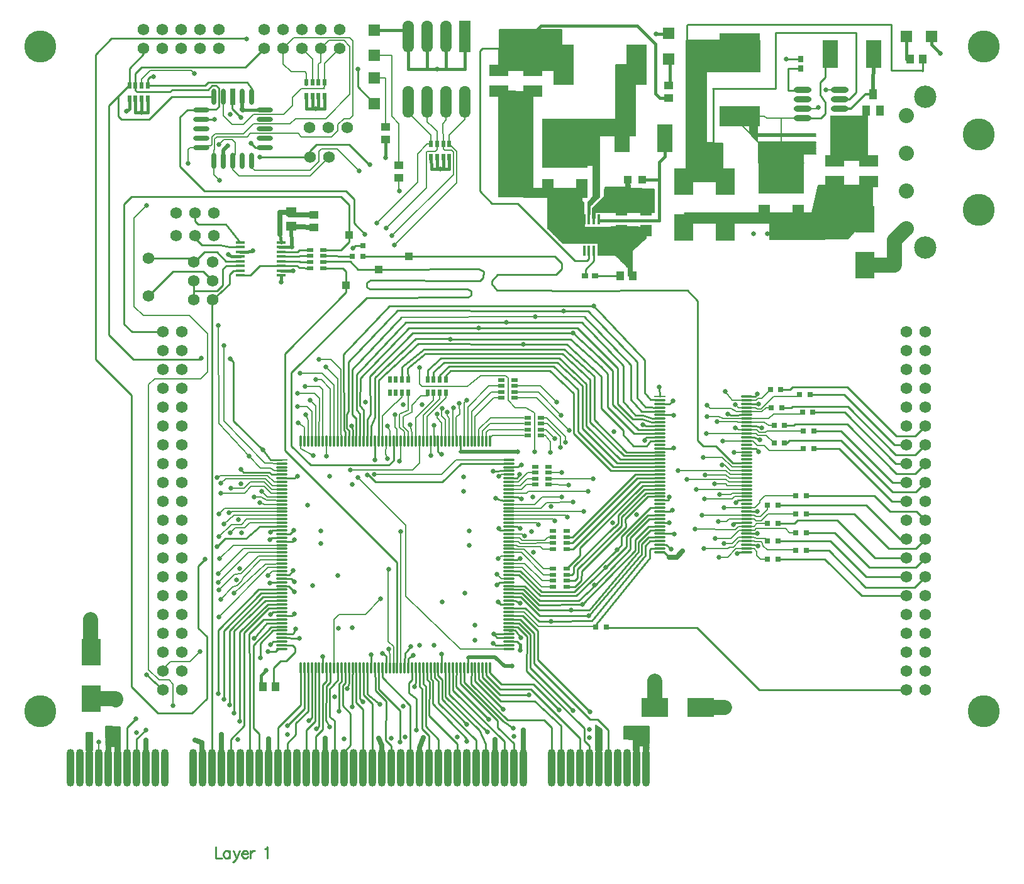
<source format=gtl>
%FSLAX24Y24*%
%MOIN*%
G70*
G01*
G75*
%ADD10C,0.0080*%
%ADD11R,0.2400X0.2600*%
%ADD12R,0.0600X0.1000*%
%ADD13R,0.0400X0.0400*%
%ADD14R,0.0300X0.0300*%
%ADD15R,0.0350X0.0200*%
%ADD16R,0.1024X0.1417*%
%ADD17R,0.0630X0.0630*%
%ADD18R,0.0472X0.0433*%
%ADD19R,0.0600X0.0600*%
%ADD20R,0.1024X0.0630*%
%ADD21R,0.0433X0.0472*%
%ADD22R,0.0787X0.1496*%
%ADD23R,0.0354X0.0315*%
%ADD24R,0.1102X0.2126*%
%ADD25R,0.1417X0.1024*%
%ADD26R,0.1024X0.1417*%
%ADD27O,0.0630X0.0115*%
%ADD28R,0.0630X0.0115*%
%ADD29R,0.0315X0.0354*%
%ADD30R,0.0394X0.0551*%
%ADD31R,0.0394X0.0394*%
%ADD32O,0.0866X0.0256*%
%ADD33O,0.0256X0.0866*%
%ADD34R,0.0256X0.0866*%
%ADD35R,0.0945X0.0315*%
%ADD36O,0.0945X0.0315*%
%ADD37R,0.0157X0.0531*%
%ADD38O,0.0400X0.2000*%
%ADD39R,0.2126X0.1102*%
%ADD40O,0.0600X0.1700*%
%ADD41R,0.0600X0.1700*%
%ADD42R,0.0551X0.0512*%
%ADD43R,0.0200X0.0350*%
%ADD44R,0.0500X0.0180*%
%ADD45O,0.0115X0.0630*%
%ADD46O,0.0115X0.0630*%
%ADD47O,0.0630X0.0115*%
%ADD48R,0.0630X0.0114*%
%ADD49C,0.0100*%
%ADD50C,0.0090*%
%ADD51C,0.0070*%
%ADD52C,0.0150*%
%ADD53C,0.0200*%
%ADD54C,0.0800*%
%ADD55C,0.0250*%
%ADD56C,0.0120*%
%ADD57C,0.0197*%
%ADD58R,0.2035X0.2420*%
%ADD59C,0.0620*%
%ADD60C,0.1700*%
%ADD61C,0.1184*%
%ADD62C,0.0800*%
%ADD63C,0.0250*%
D10*
X93379Y54132D02*
X93384Y54170D01*
X93379Y54132D02*
X93384Y54170D01*
X102244Y61760D02*
Y63410D01*
X102240Y61750D02*
Y63410D01*
X102180Y61730D02*
Y63410D01*
X102120Y61730D02*
Y63410D01*
X102060Y61730D02*
Y63410D01*
X102000Y61730D02*
Y63410D01*
X101940Y61730D02*
Y63410D01*
X98324D02*
X102244D01*
X98324Y63360D02*
X102244D01*
X98324Y63300D02*
X102244D01*
X98324Y63240D02*
X102244D01*
X98324Y63180D02*
X102244D01*
X98324Y63120D02*
X102244D01*
X101880Y61730D02*
Y63410D01*
X98324Y63060D02*
X102244D01*
X98324Y63000D02*
X102244D01*
X98324Y62940D02*
X102244D01*
X98324Y62880D02*
X102244D01*
X98324Y62820D02*
X102244D01*
X98324Y62760D02*
X102244D01*
X102234Y61730D02*
X102244Y61760D01*
X98324Y62700D02*
X102244D01*
X98324Y62640D02*
X102244D01*
X98324Y62580D02*
X102244D01*
X98324Y62520D02*
X102244D01*
X98324Y62460D02*
X102244D01*
X98324Y62400D02*
X102244D01*
X101820Y61730D02*
Y63410D01*
X101760Y61730D02*
Y63410D01*
X101700Y61730D02*
Y63410D01*
X101640Y61730D02*
Y63410D01*
X101580Y61730D02*
Y63410D01*
X101520Y61730D02*
Y63410D01*
X101460Y61730D02*
Y63410D01*
X101400Y61730D02*
Y63410D01*
X101340Y61730D02*
Y63410D01*
X101280Y61730D02*
Y63410D01*
X101220Y61730D02*
Y63410D01*
X101160Y61730D02*
Y63410D01*
X101100Y61730D02*
Y63410D01*
X101040Y61730D02*
Y63410D01*
X100980Y61730D02*
Y63410D01*
X100920Y61730D02*
Y63410D01*
X100860Y61730D02*
Y63410D01*
X100800Y61730D02*
Y63410D01*
X100740Y61730D02*
Y63410D01*
X100680Y61730D02*
Y63410D01*
X100620Y61730D02*
Y63410D01*
X100560Y61730D02*
Y63410D01*
X100500Y61730D02*
Y63410D01*
X100440Y61730D02*
Y63410D01*
X100380Y61730D02*
Y63410D01*
X100320Y61730D02*
Y63410D01*
X100260Y61730D02*
Y63410D01*
X100200Y61730D02*
Y63410D01*
X100140Y61730D02*
Y63410D01*
X100080Y61730D02*
Y63410D01*
X100020Y61730D02*
Y63410D01*
X99960Y61730D02*
Y63410D01*
X100269Y55925D02*
X100274Y57950D01*
X99900Y61730D02*
Y63410D01*
X99840Y61730D02*
Y63410D01*
X99780Y61730D02*
Y63410D01*
X99720Y61730D02*
Y63410D01*
X99660Y61730D02*
Y63410D01*
X99394Y61730D02*
X102234D01*
X99394Y57960D02*
X100274Y57950D01*
X99600Y61730D02*
Y63410D01*
X100260Y55925D02*
Y57950D01*
X100200Y55925D02*
Y57951D01*
X100140Y55925D02*
Y57952D01*
X100080Y55925D02*
Y57952D01*
X100020Y55925D02*
Y57953D01*
X99960Y55925D02*
Y57954D01*
X99900Y55925D02*
Y57954D01*
X99840Y55925D02*
Y57955D01*
X99780Y55925D02*
Y57956D01*
X99720Y55925D02*
Y57956D01*
X99660Y55925D02*
Y57957D01*
X98329Y55925D02*
X100269D01*
X99600D02*
Y57958D01*
X99540Y61730D02*
Y63410D01*
X99480Y61730D02*
Y63410D01*
X99420Y61730D02*
Y63410D01*
X99360Y55925D02*
Y63410D01*
X99300Y55925D02*
Y63410D01*
X99240Y55925D02*
Y63410D01*
X99180Y55925D02*
Y63410D01*
X99120Y55925D02*
Y63410D01*
X99060Y55925D02*
Y63410D01*
X99000Y55925D02*
Y63410D01*
X98940Y55925D02*
Y63410D01*
X98880Y55925D02*
Y63410D01*
X98820Y55925D02*
Y63410D01*
X99540Y55925D02*
Y57959D01*
X99480Y55925D02*
Y57959D01*
X99394Y57960D02*
Y61730D01*
X99420Y55925D02*
Y57960D01*
X98760Y55925D02*
Y63410D01*
X98700Y55925D02*
Y63410D01*
X98640Y55925D02*
Y63410D01*
X98580Y55925D02*
Y63410D01*
X98520Y55925D02*
Y63410D01*
X98460Y55925D02*
Y63410D01*
X98400Y55925D02*
Y63410D01*
X98340Y55925D02*
Y63410D01*
X98324D02*
X98329Y55925D01*
X98324Y62340D02*
X102244D01*
X98324Y62280D02*
X102244D01*
X98324Y62220D02*
X102244D01*
X98324Y62160D02*
X102244D01*
X98324Y62100D02*
X102244D01*
X98324Y62040D02*
X102244D01*
X98325Y61980D02*
X102244D01*
X98325Y61920D02*
X102244D01*
X98325Y61860D02*
X102244D01*
X98325Y61800D02*
X102244D01*
X98325Y61740D02*
X102237D01*
X98325Y61680D02*
X99394D01*
X98325Y61620D02*
X99394D01*
X98325Y61560D02*
X99394D01*
X98325Y61500D02*
X99394D01*
X98325Y61440D02*
X99394D01*
X98325Y61380D02*
X99394D01*
X98325Y61320D02*
X99394D01*
X98325Y61260D02*
X99394D01*
X98325Y61200D02*
X99394D01*
X98325Y61140D02*
X99394D01*
X98325Y61080D02*
X99394D01*
X98325Y61020D02*
X99394D01*
X98325Y60960D02*
X99394D01*
X98325Y60900D02*
X99394D01*
X98325Y60840D02*
X99394D01*
X98325Y60780D02*
X99394D01*
X98325Y60720D02*
X99394D01*
X98325Y60660D02*
X99394D01*
X98325Y60600D02*
X99394D01*
X98325Y60540D02*
X99394D01*
X98326Y60480D02*
X99394D01*
X98326Y60420D02*
X99394D01*
X98326Y60360D02*
X99394D01*
X98326Y60300D02*
X99394D01*
X98326Y60240D02*
X99394D01*
X98326Y60180D02*
X99394D01*
X98326Y60120D02*
X99394D01*
X98326Y60060D02*
X99394D01*
X98326Y60000D02*
X99394D01*
X98326Y59940D02*
X99394D01*
X98326Y59880D02*
X99394D01*
X98326Y59820D02*
X99394D01*
X98326Y59760D02*
X99394D01*
X98326Y59700D02*
X99394D01*
X98326Y59640D02*
X99394D01*
X98326Y59580D02*
X99394D01*
X98326Y59520D02*
X99394D01*
X98326Y59460D02*
X99394D01*
X98326Y59400D02*
X99394D01*
X98326Y59340D02*
X99394D01*
X98326Y59280D02*
X99394D01*
X98326Y59220D02*
X99394D01*
X98326Y59160D02*
X99394D01*
X98327Y57900D02*
X100273D01*
X98327Y57840D02*
X100273D01*
X98327Y57780D02*
X100273D01*
X98327Y57720D02*
X100273D01*
X98327Y57660D02*
X100273D01*
X98327Y57600D02*
X100273D01*
X98327Y57540D02*
X100273D01*
X98328Y57480D02*
X100272D01*
X98328Y57420D02*
X100272D01*
X98328Y57360D02*
X100272D01*
X98328Y57300D02*
X100272D01*
X98328Y57240D02*
X100272D01*
X98328Y57180D02*
X100272D01*
X98328Y57120D02*
X100272D01*
X98328Y57060D02*
X100271D01*
X98328Y57000D02*
X100271D01*
X98328Y56940D02*
X100271D01*
X98328Y56880D02*
X100271D01*
X98328Y56820D02*
X100271D01*
X98328Y56760D02*
X100271D01*
X98328Y56700D02*
X100270D01*
X98328Y56640D02*
X100270D01*
X98328Y56580D02*
X100270D01*
X98328Y56520D02*
X100270D01*
X98328Y56460D02*
X100270D01*
X98328Y56400D02*
X100270D01*
X98328Y56340D02*
X100270D01*
X98326Y59100D02*
X99394D01*
X98326Y59040D02*
X99394D01*
X98327Y58980D02*
X99394D01*
X98327Y58920D02*
X99394D01*
X98327Y58860D02*
X99394D01*
X98327Y58800D02*
X99394D01*
X98327Y58740D02*
X99394D01*
X98327Y58680D02*
X99394D01*
X98327Y58620D02*
X99394D01*
X98327Y58560D02*
X99394D01*
X98327Y58500D02*
X99394D01*
X98327Y58440D02*
X99394D01*
X98327Y58380D02*
X99394D01*
X98327Y58320D02*
X99394D01*
X98327Y58260D02*
X99394D01*
X98327Y58200D02*
X99394D01*
X98327Y58140D02*
X99394D01*
X98327Y58080D02*
X99394D01*
X98327Y58020D02*
X99394D01*
X98327Y57960D02*
X99411D01*
X98328Y56280D02*
X100269D01*
X98328Y56220D02*
X100269D01*
X98328Y56160D02*
X100269D01*
X98328Y56100D02*
X100269D01*
X98328Y56040D02*
X100269D01*
X98329Y55980D02*
X100269D01*
X106889Y55715D02*
X108209Y55705D01*
X105335Y55680D02*
X108209D01*
X105321Y55620D02*
X108209D01*
X105306Y55560D02*
X108210D01*
X108209Y55705D02*
X108219Y54315D01*
X105292Y55500D02*
X108210D01*
X108180Y54273D02*
Y55705D01*
X108120Y54207D02*
Y55706D01*
X105278Y55440D02*
X108210D01*
X105263Y55380D02*
X108211D01*
X105249Y55320D02*
X108211D01*
X105235Y55260D02*
X108212D01*
X105220Y55200D02*
X108212D01*
X105206Y55140D02*
X108213D01*
X105192Y55080D02*
X108213D01*
X105177Y55020D02*
X108213D01*
X105163Y54960D02*
X108214D01*
X105149Y54900D02*
X108214D01*
X105134Y54840D02*
X108215D01*
X105120Y54780D02*
X108215D01*
X105106Y54720D02*
X108216D01*
X106894Y52860D02*
X108219Y54315D01*
X105091Y54660D02*
X108216D01*
X105077Y54600D02*
X108217D01*
X105063Y54540D02*
X108217D01*
X105048Y54480D02*
X108217D01*
X105034Y54420D02*
X108218D01*
X105020Y54360D02*
X108218D01*
X105005Y54300D02*
X108205D01*
X108060Y54141D02*
Y55706D01*
X108000Y54075D02*
Y55707D01*
X107940Y54009D02*
Y55707D01*
X107880Y53943D02*
Y55708D01*
X107820Y53877D02*
Y55708D01*
X107760Y53811D02*
Y55709D01*
X107700Y53746D02*
Y55709D01*
X107640Y53680D02*
Y55710D01*
X107580Y53614D02*
Y55710D01*
X107520Y53548D02*
Y55710D01*
X107460Y53482D02*
Y55711D01*
X107400Y53416D02*
Y55711D01*
X107340Y53350D02*
Y55712D01*
X107280Y53284D02*
Y55712D01*
X107220Y53219D02*
Y55713D01*
X107160Y53153D02*
Y55713D01*
X107100Y53087D02*
Y55714D01*
X107040Y53021D02*
Y55714D01*
X106980Y52955D02*
Y55715D01*
X106920Y52889D02*
Y55715D01*
X106860Y52860D02*
Y55715D01*
X106800Y52860D02*
Y55715D01*
X105344D02*
X106889D01*
X106740Y52860D02*
Y55715D01*
X106680Y52860D02*
Y55715D01*
X104994Y54250D02*
X105344Y55715D01*
X106620Y52860D02*
Y55715D01*
X106560Y52860D02*
Y55715D01*
X106500Y52860D02*
Y55715D01*
X106440Y52860D02*
Y55715D01*
X106380Y52860D02*
Y55715D01*
X106320Y52860D02*
Y55715D01*
X106260Y52860D02*
Y55715D01*
X106200Y52860D02*
Y55715D01*
X106140Y52860D02*
Y55715D01*
X106080Y52860D02*
Y55715D01*
X106020Y52860D02*
Y55715D01*
X105960Y52860D02*
Y55715D01*
X105900Y52860D02*
Y55715D01*
X105840Y52860D02*
Y55715D01*
X105780Y52860D02*
Y55715D01*
X105720Y52860D02*
Y55715D01*
X105660Y52859D02*
Y55715D01*
X105600Y52859D02*
Y55715D01*
X105540Y52859D02*
Y55715D01*
X105480Y52859D02*
Y55715D01*
X105420Y52859D02*
Y55715D01*
X105360Y52859D02*
Y55715D01*
X105300Y52859D02*
Y55533D01*
X105240Y52859D02*
Y55282D01*
X105180Y52859D02*
Y55031D01*
X105120Y52859D02*
Y54779D01*
X105060Y52859D02*
Y54528D01*
X105000Y52859D02*
Y54277D01*
X104940Y52859D02*
Y54250D01*
X104880Y52859D02*
Y54250D01*
X104820Y52859D02*
Y54250D01*
X104760Y52859D02*
Y54250D01*
X104700Y52859D02*
Y54250D01*
X104640Y52859D02*
Y54250D01*
X104580Y52859D02*
Y54250D01*
X104520Y52859D02*
Y54250D01*
X104460Y52859D02*
Y54250D01*
X104400Y52859D02*
Y54250D01*
X104340Y52859D02*
Y54250D01*
X104280Y52859D02*
Y54250D01*
X104220Y52859D02*
Y54250D01*
X104160Y52859D02*
Y54250D01*
X104100Y52859D02*
Y54250D01*
X104040Y52859D02*
Y54250D01*
X103980Y52859D02*
Y54250D01*
X103920Y52858D02*
Y54250D01*
X103860Y52858D02*
Y54250D01*
X103800Y52858D02*
Y54250D01*
X103740Y52858D02*
Y54250D01*
X103680Y52858D02*
Y54250D01*
X103620Y52858D02*
Y54250D01*
X103560Y52858D02*
Y54250D01*
X103500Y52858D02*
Y54250D01*
X103440Y52858D02*
Y54250D01*
X103380Y52858D02*
Y54250D01*
X103320Y52858D02*
Y54250D01*
X103260Y52858D02*
Y54250D01*
X103200Y52858D02*
Y54250D01*
X103140Y52858D02*
Y54250D01*
X103080Y52858D02*
Y54250D01*
X98229Y54240D02*
X108150D01*
X98229Y54180D02*
X108096D01*
X101934Y54250D02*
X104994D01*
X103020Y52858D02*
Y54250D01*
X102960Y52858D02*
Y54250D01*
X102900Y52858D02*
Y54250D01*
X102840Y52858D02*
Y54250D01*
X102780Y52858D02*
Y54250D01*
X98229Y54120D02*
X108041D01*
X98229Y54060D02*
X107986D01*
X98229Y54000D02*
X107932D01*
X98229Y53940D02*
X107877D01*
X98229Y53880D02*
X107822D01*
X98229Y53820D02*
X107768D01*
X98229Y53760D02*
X107713D01*
X98229Y53700D02*
X107659D01ë È                                                                                                                                                                                                                                                                                                                                                                                                                                                                                                                                                                                                                                                                                                                                                                                                                                                                                                                                                                                                                                                                                                                                                                                                                                                                                                                                                                                                                                                                                                                                                                                                                                                                                                                                                                                                                                                                                                                                                                                                                                                                                                                                                                                                                                                                                                                                                                                                                                                                                                                                                                                                                                                                                                                                                                                                                                                                                                                                                                                                                                                                                                                                                                                                                                                                                                                                                                                                                                                                                                                                                                                                                                                                                                                                                                                                                                                                                                                                                                                                                                                                                                                                                                                                                                                                                                                                                                                                                                                                                                                                                                                                                                                                                                                                                                                                                                                                                                                                                                                                                                                                                                                                                                                                                                                                                                                                                                                                                                                                                                                                                                                                                                                                                                                                                                                                                                                                                                                                                                                                                                                                                                                                                                                                                                                                                                                                                                                        02*
X105194D01*
X101734Y58440D02*
X105194D01*
X101794Y58380D02*
X105194D01*
X101854Y58320D02*
X105194D01*
X102154Y58020D02*
X105194D01*
X102184Y57960D02*
X105194D01*
X102184Y57900D02*
X105194D01*
X102184Y57840D02*
X105194D01*
X102184Y57780D02*
X105194D01*
X102184Y57720D02*
X105194D01*
X102184Y57660D02*
X105194D01*
X102184Y57600D02*
X105194D01*
X102000Y58174D02*
Y59828D01*
X101940Y58234D02*
Y59748D01*
X102120Y58054D02*
Y59900D01*
X102060Y58114D02*
Y59900D01*
X101760Y58414D02*
Y59506D01*
X101700Y58474D02*
Y59426D01*
X101880Y58294D02*
Y59667D01*
X101820Y58354D02*
Y59587D01*
X102184Y57540D02*
X105194D01*
X102184Y57480D02*
X105194D01*
X102184Y57420D02*
X105194D01*
X102184Y56920D02*
Y57990D01*
Y57360D02*
X105194D01*
X101294Y58880D02*
X102184Y57990D01*
Y56920D02*
X104564D01*
X91749Y63975D02*
X91754Y61810D01*
X91740D02*
Y63975D01*
X91680Y61810D02*
Y63975D01*
X91620Y61810D02*
Y63976D01*
X91560Y61810D02*
Y63976D01*
X91500Y61810D02*
Y63976D01*
X91440Y61810D02*
Y63976D01*
X91380Y61810D02*
Y63976D01*
X91320Y61810D02*
Y63976D01*
X91260Y61810D02*
Y63977D01*
X91200Y61810D02*
Y63977D01*
X91140Y61810D02*
Y63977D01*
X91080Y61810D02*
Y63977D01*
X91020Y61810D02*
Y63977D01*
X90960Y61810D02*
Y63978D01*
X90900Y61810D02*
Y63978D01*
X90840Y61810D02*
Y63978D01*
X90780Y61810D02*
Y63978D01*
X90720Y61810D02*
Y63978D01*
X90660Y61810D02*
Y63978D01*
X90600Y61810D02*
Y63979D01*
X90540Y61810D02*
Y63979D01*
X90480Y61810D02*
Y63979D01*
X90420Y61810D02*
Y63979D01*
X90360Y61810D02*
Y63979D01*
X90300Y61810D02*
Y63980D01*
X90240Y61810D02*
Y63980D01*
X90180Y61810D02*
Y63980D01*
X90120Y61810D02*
Y63980D01*
X90060Y61810D02*
Y63980D01*
X90000Y61810D02*
Y63980D01*
X89940Y61810D02*
Y63981D01*
X89880Y61810D02*
Y63981D01*
X89820Y61810D02*
Y63981D01*
X89754Y61810D02*
X91754D01*
X89760D02*
Y63981D01*
X89700Y61810D02*
Y63981D01*
X89640Y61809D02*
Y63982D01*
X89580Y61808D02*
Y63982D01*
X89520Y61808D02*
Y63982D01*
X89460Y61807D02*
Y63982D01*
X89400Y61806D02*
Y63982D01*
X89340Y61806D02*
Y63982D01*
X89280Y61805D02*
Y63983D01*
X89220Y61804D02*
Y63983D01*
X89160Y61804D02*
Y63983D01*
X89100Y61803D02*
Y63983D01*
X89040Y61802D02*
Y63983D01*
X88980Y61802D02*
Y63984D01*
X88429Y63985D02*
X91749Y63975D01*
X88428Y63960D02*
X91749D01*
X88428Y63900D02*
X91749D01*
X88428Y63840D02*
X91749D01*
X88428Y63780D02*
X91749D01*
X88427Y63720D02*
X91749D01*
X88427Y63660D02*
X91749D01*
X88427Y63600D02*
X91749D01*
X88427Y63540D02*
X91750D01*
X88426Y63480D02*
X91750D01*
X88426Y63420D02*
X91750D01*
X88426Y63360D02*
X91750D01*
X88425Y63300D02*
X91750D01*
X88425Y63240D02*
X91750D01*
X88425Y63180D02*
X91750D01*
X88425Y63120D02*
X91751D01*
X88424Y63060D02*
X91751D01*
X88424Y63000D02*
X91751D01*
X88424Y62940D02*
X91751D01*
X88424Y62880D02*
X91751D01*
X88423Y62820D02*
X91751D01*
X88423Y62760D02*
X91751D01*
X88423Y62700D02*
X91752D01*
X88422Y62640D02*
X91752D01*
X88422Y62580D02*
X91752D01*
X88422Y62520D02*
X91752D01*
X88422Y62460D02*
X91752D01*
X88421Y62400D02*
X91752D01*
X88421Y62340D02*
X91752D01*
X88421Y62280D02*
X91752D01*
X88420Y62220D02*
X91753D01*
X88420Y62160D02*
X91753D01*
X88420Y62100D02*
X91753D01*
X88420Y62040D02*
X91753D01*
X88419Y61980D02*
X91753D01*
X88419Y61920D02*
X91753D01*
X88419Y61860D02*
X91753D01*
X88920Y61801D02*
Y63984D01*
X88860Y61800D02*
Y63984D01*
X88800Y61799D02*
Y63984D01*
X88740Y61799D02*
Y63984D01*
X88680Y61798D02*
Y63984D01*
X88620Y61797D02*
Y63985D01*
X88560Y61797D02*
Y63985D01*
X88500Y61796D02*
Y63985D01*
X88440Y61795D02*
Y63985D01*
X88419Y61795D02*
X89754Y61810D01*
X88419Y61795D02*
X88429Y63985D01*
X88419Y61800D02*
X88846D01*
X95634Y62100D02*
X95694D01*
X94594D02*
X95694D01*
X94594Y62100D02*
X95634D01*
X94594Y62040D02*
X95634D01*
X94594Y61980D02*
X95634D01*
X94594Y61920D02*
X95634D01*
X94594Y61860D02*
X95634D01*
X94594Y61800D02*
X95634D01*
X94594Y61740D02*
X95634D01*
X94594Y61680D02*
X95634D01*
X94594Y61620D02*
X95634D01*
X94594Y61560D02*
X95634D01*
X94594Y61500D02*
X95634D01*
X94594Y61440D02*
X95634D01*
X94594Y61380D02*
X95634D01*
X94594Y61320D02*
X95634D01*
X94594Y61260D02*
X95634D01*
X94594Y61200D02*
X95634D01*
X94594Y61140D02*
X95634D01*
X94594Y61080D02*
X95634D01*
X94594Y61020D02*
X95634D01*
X94594Y60960D02*
X95634D01*
X94594Y60900D02*
X95634D01*
X94594Y60840D02*
X95634D01*
X94594Y60780D02*
X95634D01*
X94594Y60720D02*
X95634D01*
X94594Y60660D02*
X95634D01*
X94594Y60600D02*
X95634D01*
X94594Y60540D02*
X95634D01*
X94594Y60480D02*
X95634D01*
X94594Y60420D02*
X95634D01*
X94594Y60360D02*
X95634D01*
X94594Y60300D02*
X95634D01*
X94594Y60240D02*
X95634D01*
X94594Y60180D02*
X95634D01*
X94594Y60120D02*
X95634D01*
Y58330D02*
Y62100D01*
X95580Y58330D02*
Y62100D01*
X95520Y58330D02*
Y62100D01*
X94594Y60060D02*
X95634D01*
X94594Y60000D02*
X95634D01*
X94594Y59940D02*
X95634D01*
X94594Y59880D02*
X95634D01*
X94594Y59820D02*
X95634D01*
X94594Y59760D02*
X95634D01*
X94594Y59700D02*
X95634D01*
X94594Y59640D02*
X95634D01*
X94594Y59580D02*
X95634D01*
X94594Y59520D02*
X95634D01*
X94594Y59460D02*
X95634D01*
X94594Y59400D02*
X95634D01*
X95460Y58330D02*
Y62100D01*
X95400Y58330D02*
Y62100D01*
X95340Y58330D02*
Y62100D01*
X95280Y58330D02*
Y62100D01*
X95220Y58330D02*
Y62100D01*
X95160Y58330D02*
Y62100D01*
X95100Y58330D02*
Y62100D01*
X95040Y58330D02*
Y62100D01*
X94980Y58330D02*
Y62100D01*
X94920Y58330D02*
Y62100D01*
X94860Y58330D02*
Y62100D01*
X94800Y58330D02*
Y62100D01*
X94740Y58330D02*
Y62100D01*
X94594Y59210D02*
Y62100D01*
X94680Y58330D02*
Y62100D01*
X94620Y58330D02*
Y62100D01*
X94594Y59340D02*
X95634D01*
X94594Y59280D02*
X95634D01*
X94594Y59220D02*
X95634D01*
X91794Y59160D02*
X95634D01*
X91794Y59100D02*
X95634D01*
X91794Y59040D02*
X95634D01*
X91794Y58980D02*
X95634D01*
X91794Y58920D02*
X95634D01*
X91794Y58860D02*
X95634D01*
X91794Y58800D02*
X95634D01*
X91794Y58740D02*
X95634D01*
X91794Y58680D02*
X95634D01*
X91794Y58620D02*
X95634D01*
X91794Y58560D02*
X95634D01*
X91794Y58500D02*
X95634D01*
X91794Y58440D02*
X95634D01*
X91794Y58380D02*
X95634D01*
X94560Y58330D02*
Y59210D01*
X94500Y58330D02*
Y59210D01*
X94440Y58330D02*
Y59210D01*
X94380Y58330D02*
Y59210D01*
X94320Y58330D02*
Y59210D01*
X91794D02*
X94594D01*
X94260Y58330D02*
Y59210D01*
X94200Y58330D02*
Y59210D01*
X94140Y58330D02*
Y59210D01*
X94080Y58330D02*
Y59210D01*
X94020Y58330D02*
Y59210D01*
X93960Y58330D02*
Y59210D01*
X93900Y58330D02*
Y59210D01*
X93840Y58330D02*
Y59210D01*
X93780Y58330D02*
Y59210D01*
X93720Y58330D02*
Y59210D01*
X93660Y58330D02*
Y59210D01*
X93600Y58330D02*
Y59210D01*
X93540Y58330D02*
Y59210D01*
X93480Y58330D02*
Y59210D01*
X93420Y58330D02*
Y59210D01*
X93360Y58330D02*
Y59210D01*
X93300Y58330D02*
Y59210D01*
X93240Y58330D02*
Y59210D01*
X93180Y58330D02*
Y59210D01*
X93120Y58330D02*
Y59210D01*
X93060Y58330D02*
Y59210D01*
X93000Y58330D02*
Y59210D01*
X92940Y58330D02*
Y59210D01*
X92880Y58330D02*
Y59210D01*
X92820Y58330D02*
Y59210D01*
X92760Y58330D02*
Y59210D01*
X91794Y58330D02*
X95634D01*
X92700D02*
Y59210D01*
X92640Y58330D02*
Y59210D01*
X92580Y58330D02*
Y59210D01*
X92520Y58330D02*
Y59210D01*
X92460Y58330D02*
Y59210D01*
X92400Y58330D02*
Y59210D01*
X92340Y58330D02*
Y59210D01*
X92280Y58330D02*
Y59210D01*
X92220Y58330D02*
Y59210D01*
X92160Y58330D02*
Y59210D01*
X92100Y58330D02*
Y59210D01*
X92040Y58330D02*
Y59210D01*
X91980Y58330D02*
Y59210D01*
X91920Y58330D02*
Y59210D01*
X91860Y58330D02*
Y59210D01*
X91794Y58330D02*
Y59210D01*
X91800Y58330D02*
Y59210D01*
X93395Y56580D02*
X93754D01*
X93395Y56520D02*
X93754D01*
X93395Y56460D02*
X93754D01*
X93396Y56400D02*
X93754D01*
X93394Y56760D02*
X93754D01*
X93394Y56700D02*
X93754D01*
X93394Y56640D02*
X93754D01*
X93396Y56340D02*
X93754D01*
X93397Y56280D02*
X93754D01*
X93397Y56220D02*
X93754D01*
X93397Y56160D02*
X93754D01*
X93398Y56100D02*
X93754D01*
X93398Y56040D02*
X93754D01*
X93398Y55980D02*
X93754D01*
X93399Y55920D02*
X93754D01*
X93399Y55860D02*
X93754D01*
X93360Y56770D02*
Y58410D01*
X93300Y56770D02*
Y58410D01*
X93240Y56770D02*
Y58410D01*
X93399Y55800D02*
X93754D01*
X93400Y55740D02*
X93754D01*
X93400Y55680D02*
X93754D01*
X93400Y55620D02*
X93754D01*
X93401Y55560D02*
X93754D01*
X93401Y55500D02*
X93754D01*
Y55110D02*
Y58410D01*
X93720Y55077D02*
Y58410D01*
X93660Y55018D02*
Y58410D01*
X93402Y55440D02*
X93754D01*
X93402Y55380D02*
X93754D01*
X93402Y55320D02*
X93754D01*
X93403Y55260D02*
X93754D01*
X93403Y55200D02*
X93754D01*
X93403Y55140D02*
X93754D01*
X93375Y55080D02*
X93723D01*
X93320Y55020D02*
X93662D01*
X93234Y54600D02*
X93754Y55110D01*
X93600Y54960D02*
Y58410D01*
X93540Y54901D02*
Y58410D01*
X93480Y54842D02*
Y58410D01*
X93420Y54783D02*
Y58410D01*
X93394Y56770D02*
X93404Y55110D01*
X93360Y54724D02*
Y55063D01*
X93264Y54960D02*
X93600D01*
X93300Y54665D02*
Y54999D01*
X93240Y54607D02*
Y54935D01*
X93208Y54900D02*
X93539D01*
X93152Y54840D02*
X93478D01*
X93234Y54170D02*
Y54600D01*
X92954Y58410D02*
X93754D01*
X92954Y58380D02*
X93754D01*
X92954Y58320D02*
X93754D01*
X92954Y58260D02*
X93754D01*
X92954Y58200D02*
X93754D01*
X92954Y58140D02*
X93754D01*
X92954Y58080D02*
X93754D01*
X92954Y58020D02*
X93754D01*
X92954Y57960D02*
X93754D01*
X92954Y57900D02*
X93754D01*
X92954Y57840D02*
X93754D01*
X92954Y57780D02*
X93754D01*
X92954Y57720D02*
X93754D01*
X92954Y57660D02*
X93754D01*
X92954Y57600D02*
X93754D01*
X92954Y57540D02*
X93754D01*
X92954Y57480D02*
X93754D01*
X92954Y57420D02*
X93754D01*
X92954Y57360D02*
X93754D01*
X92954Y57300D02*
X93754D01*
X92954Y57240D02*
X93754D01*
X92954Y57180D02*
X93754D01*
X92954Y57120D02*
X93754D01*
X92954Y57060D02*
X93754D01*
X92954Y57000D02*
X93754D01*
X92954Y56940D02*
X93754D01*
X93134Y54820D02*
X93404Y55110D01*
X93133Y54780D02*
X93417D01*
X92954Y56880D02*
X93754D01*
X92954Y56820D02*
X93754D01*
X92954Y56770D02*
X93394D01*
X93133Y54720D02*
X93356D01*
X93132Y54660D02*
X93295D01*
X93132Y54600D02*
X93234D01*
X93131Y54540D02*
X93234D01*
X93131Y54480D02*
X93234D01*
X93130Y54420D02*
X93234D01*
X93180Y56770D02*
Y58410D01*
X93120Y56770D02*
Y58410D01*
X93180Y54173D02*
Y54870D01*
X93060Y56770D02*
Y58410D01*
X93000Y56770D02*
Y58410D01*
X92954Y56770D02*
Y58410D01*
X93130Y54360D02*
X93234D01*
X93130Y54300D02*
X93234D01*
X93129Y54175D02*
X93134Y54820D01*
X93129Y54240D02*
X93234D01*
X93129Y54180D02*
X93234D01*
X93129Y54175D02*
X93234Y54170D01*
X96219Y52925D02*
X96239Y53485D01*
X96180Y52890D02*
Y53486D01*
X96120Y52836D02*
Y53487D01*
X95940Y52673D02*
Y53489D01*
X95880Y52618D02*
Y53490D01*
X95820Y52564D02*
Y53490D01*
X95409Y53495D02*
X96239Y53485D01*
X95760Y52510D02*
Y53491D01*
X95700Y52455D02*
Y53492D01*
X95640Y52401D02*
Y53492D01*
X95580Y52347D02*
Y53493D01*
X95520Y52292D02*
Y53494D01*
X96060Y52782D02*
Y53487D01*
X96000Y52727D02*
Y53488D01*
X93674Y52620D02*
X95882D01*
X95474Y52250D02*
X96219Y52925D01*
X93674Y52560D02*
X95815D01*
X93674Y52500D02*
X95749D01*
X93674Y52440D02*
X95683D01*
X93674Y52380D02*
X95617D01*
X93674Y52320D02*
X95551D01*
X93674Y52260D02*
X95484D01*
X93674Y52200D02*
X95474D01*
X94620Y51984D02*
Y53493D01*
X94560Y52010D02*
Y53493D01*
X94500Y52010D02*
Y53493D01*
X94440Y52010D02*
Y53493D01*
X94380Y52010D02*
Y53493D01*
X94320Y52010D02*
Y53493D01*
X93234Y53490D02*
X95409Y53495D01*
X93660Y52650D02*
Y53491D01*
X93600Y52650D02*
Y53491D01*
X94260Y52010D02*
Y53493D01*
X94200Y52010D02*
Y53492D01*
X93540Y52650D02*
Y53491D01*
X93480Y52650D02*
Y53491D01*
X93420Y52650D02*
Y53491D01*
X93360Y52650D02*
Y53490D01*
X93674Y52140D02*
X95474D01*
X93674Y52080D02*
X95474D01*
X93674Y52020D02*
X95474D01*
X93300Y52650D02*
Y53490D01*
X93240Y52650D02*
Y53490D01*
X93180Y52650D02*
Y53490D01*
X93120Y52650D02*
Y53490D01*
X93060Y52650D02*
Y53490D01*
X95004Y51600D02*
X95474D01*
X95064Y51540D02*
X95474D01*
Y50900D02*
Y52250D01*
X95460Y50900D02*
Y53495D01*
X95400Y50900D02*
Y53495D01*
X95340Y50900D02*
Y53495D01*
X94644Y51960D02*
X95474D01*
X94704Y51900D02*
X95474D01*
X94764Y51840D02*
X95474D01*
X94824Y51780D02*
X95474D01*
X94884Y51720D02*
X95474D01*
X94944Y51660D02*
X95474D01*
X95274Y51300D02*
X95474D01*
X95274Y51240D02*
X95474D01*
X95274Y51180D02*
X95474D01*
X95274Y51120D02*
X95474D01*
X95274Y51060D02*
X95474D01*
X95274Y51000D02*
X95474D01*
X95124Y51480D02*
X95474D01*
X95184Y51420D02*
X95474D01*
X95244Y51360D02*
X95474D01*
X95274Y50940D02*
X95474D01*
X95274Y50900D02*
X95474D01*
X95100Y51504D02*
Y53494D01*
X95040Y51564D02*
Y53494D01*
X94980Y51624D02*
Y53494D01*
X95280Y50900D02*
Y53495D01*
X95220Y51384D02*
Y53495D01*
X95160Y51444D02*
Y53495D01*
X94740Y51864D02*
Y53494D01*
X94680Y51924D02*
Y53494D01*
X94140Y52010D02*
Y53492D01*
X94920Y51684D02*
Y53494D01*
X94860Y51744D02*
Y53494D01*
X94800Y51804D02*
Y53494D01*
X94080Y52010D02*
Y53492D01*
X94020Y52010D02*
Y53492D01*
X93960Y52010D02*
Y53492D01*
X94594Y52010D02*
X95274Y51330D01*
Y50900D02*
Y51330D01*
X93900Y52010D02*
Y53492D01*
X93840Y52010D02*
Y53492D01*
X93780Y52010D02*
Y53491D01*
X93720Y52010D02*
Y53491D01*
X93674Y52010D02*
X94594D01*
X93674D02*
Y52650D01*
X92804Y54890D02*
X92914Y54780D01*
X90994Y54780D02*
X92914D01*
X90994Y54720D02*
X92914D01*
X90994Y54660D02*
X92914D01*
X92926Y53490D02*
Y53900D01*
X90994Y54600D02*
X92914D01*
X90994Y54540D02*
X92914D01*
X90994Y54480D02*
X92914D01*
X90994Y54420D02*
X92914D01*
X90994Y54360D02*
X92914D01*
X90994Y54300D02*
X92914D01*
X90994Y54240D02*
X92914D01*
X90994Y53880D02*
X92926D01*
X90994Y53820D02*
X92926D01*
X90994Y53760D02*
X92926D01*
X91044Y53400D02*
X96236D01*
X91104Y53340D02*
X96233D01*
X92926Y53490D02*
X93234D01*
X90994Y53700D02*
X92926D01*
X90994Y53640D02*
X92926D01*
X90994Y53580D02*
X92926D01*
X90994Y53460D02*
X96238D01*
X90994Y53520D02*
X92926D01*
X90994Y55540D02*
X92804D01*
X90994Y55500D02*
X92804D01*
Y54890D02*
Y55540D01*
X91080Y53364D02*
Y55540D01*
X91020Y53424D02*
Y55540D01*
X90994Y53450D02*
Y55540D01*
Y55440D02*
X92804D01*
X90994Y55380D02*
X92804D01*
X90994Y55320D02*
X92804D01*
X90994Y55260D02*
X92804D01*
X90994Y55200D02*
X92804D01*
X90994Y55140D02*
X92804D01*
X90994Y55080D02*
X92804D01*
X90994Y55020D02*
X92804D01*
X90994Y54960D02*
X92804D01*
X90994Y54840D02*
X92854D01*
X92914Y53900D02*
Y54780D01*
X90994Y54900D02*
X92804D01*
X90994Y54180D02*
X92914D01*
X90994Y54120D02*
X92914D01*
X90994Y54060D02*
X92914D01*
X90994Y54000D02*
X92914D01*
X90994Y53940D02*
X92914D01*
X93000Y52650D02*
Y53490D01*
X92940Y52650D02*
Y53490D01*
X92880Y52650D02*
Y54814D01*
X92760Y52650D02*
Y55540D01*
X92820Y52650D02*
Y54874D01*
X92700Y52650D02*
Y55540D01*
X92640Y52650D02*
Y55540D01*
X91164Y53280D02*
X96231D01*
X92580Y52650D02*
Y55540D01*
X92520Y52650D02*
Y55540D01*
X92460Y52650D02*
Y55540D01*
X92400Y52650D02*
Y55540D01*
X91524Y52920D02*
X96213D01*
X91584Y52860D02*
X96147D01*
X91644Y52800D02*
X96080D01*
X91704Y52740D02*
X96014D01*
X91764Y52680D02*
X95948D01*
X91794Y52650D02*
X93674D01*
X91224Y53220D02*
X96229D01*
X91284Y53160D02*
X96227D01*
X91344Y53100D02*
X96225D01*
X91404Y53040D02*
X96223D01*
X91464Y52980D02*
X96221D01*
X92340Y52650D02*
Y55540D01*
X92280Y52650D02*
Y55540D01*
X92220Y52650D02*
Y55540D01*
X92160Y52650D02*
Y55540D01*
X92100Y52650D02*
Y55540D01*
X92040Y52650D02*
Y55540D01*
X91980Y52650D02*
Y55540D01*
X91920Y52650D02*
Y55540D01*
X91740Y52704D02*
Y55540D01*
X91860Y52650D02*
Y55540D01*
X91800Y52650D02*
Y55540D01*
X91500Y52944D02*
Y55540D01*
X91440Y53004D02*
Y55540D01*
X91380Y53064D02*
Y55540D01*
X91680Y52764D02*
Y55540D01*
X91620Y52824D02*
Y55540D01*
X91560Y52884D02*
Y55540D01*
X91260Y53184D02*
Y55540D01*
X91200Y53244D02*
Y55540D01*
X91140Y53304D02*
Y55540D01*
X90994Y53450D02*
X91794Y52650D01*
X91320Y53124D02*
Y55540D01*
X88419Y60693D02*
X90194Y60690D01*
X88418Y60660D02*
X90194D01*
X88418Y60600D02*
X90194D01*
X88418Y60540D02*
X90194D01*
X88418Y60480D02*
X90194D01*
X88418Y60420D02*
X90194D01*
X88417Y60360D02*
X90194D01*
X88417Y60300D02*
X90194D01*
X88417Y60240D02*
X90194D01*
Y55530D02*
X91004D01*
Y55090D02*
Y55530D01*
X90960Y55090D02*
Y55530D01*
X90900Y55090D02*
Y55530D01*
X90840Y55091D02*
Y55530D01*
X88417Y60180D02*
X90194D01*
X88417Y60120D02*
X90194D01*
X88416Y60060D02*
X90194D01*
X88416Y60000D02*
X90194D01*
Y55530D02*
Y60708D01*
X88740Y55095D02*
Y60692D01*
X88680Y55095D02*
Y60692D01*
X88620Y55095D02*
Y60693D01*
X88560Y55095D02*
Y60693D01*
X88416Y59940D02*
X90194D01*
X88500Y55095D02*
Y60693D01*
X88440Y55095D02*
Y60693D01*
X88399Y55095D02*
X88419Y60693D01*
X88416Y59880D02*
X90194D01*
X88415Y59820D02*
X90194D01*
X88415Y59760D02*
X90194D01*
X88415Y59700D02*
X90194D01*
X88415Y59640D02*
X90194D01*
X88415Y59580D02*
X90194D01*
X88414Y59520D02*
X90194D01*
X88414Y59460D02*
X90194D01*
X88414Y59400D02*
X90194D01*
X90780Y55091D02*
Y55530D01*
X90720Y55091D02*
Y55530D01*
X90180Y55092D02*
Y60690D01*
X90120Y55092D02*
Y60690D01*
X90060Y55092D02*
Y60690D01*
X90000Y55092D02*
Y60690D01*
X89940Y55092D02*
Y60691D01*
X89880Y55092D02*
Y60691D01*
X89820Y55092D02*
Y60691D01*
X90660Y55091D02*
Y55530D01*
X90600Y55091D02*
Y55530D01*
X90540Y55091D02*
Y55530D01*
X90480Y55091D02*
Y55530D01*
X90420Y55091D02*
Y55530D01*
X90360Y55091D02*
Y55530D01*
X90300Y55092D02*
Y55530D01*
X88399Y55095D02*
X91004Y55090D01*
X90240Y55092D02*
Y55530D01*
X89760Y55093D02*
Y60691D01*
X89700Y55093D02*
Y60691D01*
X89640Y55093D02*
Y60691D01*
X89580Y55093D02*
Y60691D01*
X89520Y55093D02*
Y60691D01*
X89460Y55093D02*
Y60691D01*
X89400Y55093D02*
Y60691D01*
X89340Y55093D02*
Y60691D01*
X89280Y55093D02*
Y60692D01*
X89220Y55094D02*
Y60692D01*
X89160Y55094D02*
Y60692D01*
X89100Y55094D02*
Y60692D01*
X89040Y55094D02*
Y60692D01*
X88980Y55094D02*
Y60692D01*
X88920Y55094D02*
Y60692D01*
X88860Y55094D02*
Y60692D01*
X88800Y55094D02*
Y60692D01*
X88414Y59340D02*
X90194D01*
X88414Y59280D02*
X90194D01*
X88413Y59220D02*
X90194D01*
X88413Y59160D02*
X90194D01*
X88413Y59100D02*
X90194D01*
X88413Y59040D02*
X90194D01*
X88412Y58980D02*
X90194D01*
X88412Y58920D02*
X90194D01*
X88412Y58860D02*
X90194D01*
X88412Y58800D02*
X90194D01*
X88412Y58740D02*
X90194D01*
X88411Y58680D02*
X90194D01*
X88411Y58620D02*
X90194D01*
X88411Y58560D02*
X90194D01*
X88411Y58500D02*
X90194D01*
X88411Y58440D02*
X90194D01*
X88410Y58380D02*
X90194D01*
X88410Y58320D02*
X90194D01*
X88410Y58260D02*
X90194D01*
X88410Y58200D02*
X90194D01*
X88409Y58140D02*
X90194D01*
X88409Y58080D02*
X90194D01*
X88409Y58020D02*
X90194D01*
X88409Y57960D02*
X90194D01*
X88409Y57900D02*
X90194D01*
X88408Y57840D02*
X90194D01*
X88408Y57780D02*
X90194D01*
X88408Y57720D02*
X90194D01*
X88408Y57660D02*
X90194D01*
X88408Y57600D02*
X90194D01*
X88407Y57540D02*
X90194D01*
X88407Y57480D02*
X90194D01*
X88407Y57420D02*
X90194D01*
X88407Y57360D02*
X90194D01*
X88406Y57300D02*
X90194D01*
X88406Y57240D02*
X90194D01*
X88406Y57180D02*
X90194D01*
X88406Y57120D02*
X90194D01*
X88406Y57060D02*
X90194D01*
X88405Y57000D02*
X90194D01*
X88405Y56940D02*
X90194D01*
X88405Y56880D02*
X90194D01*
X88405Y56820D02*
X90194D01*
X88405Y56760D02*
X90194D01*
X88404Y56700D02*
X90194D01*
X88404Y56640D02*
X90194D01*
X88400Y55500D02*
X91004D01*
X88404Y56580D02*
X90194D01*
X88400Y55440D02*
X91004D01*
X88400Y55380D02*
X91004D01*
X88399Y55320D02*
X91004D01*
X88399Y55260D02*
X91004D01*
X88399Y55200D02*
X91004D01*
X88399Y55140D02*
X91004D01*
X88404Y56520D02*
X90194D01*
X88403Y56460D02*
X90194D01*
X88403Y56400D02*
X90194D01*
X88403Y56340D02*
X90194D01*
X88403Y56280D02*
X90194D01*
X88403Y56220D02*
X90194D01*
X88402Y56160D02*
X90194D01*
X88402Y56100D02*
X90194D01*
X88402Y56040D02*
X90194D01*
X88402Y55980D02*
X90194D01*
X88402Y55920D02*
X90194D01*
X88401Y55860D02*
X90194D01*
X88401Y55800D02*
X90194D01*
X88401Y55740D02*
X90194D01*
X88401Y55680D02*
X90194D01*
X88400Y55620D02*
X90194D01*
X88400Y55560D02*
X90194D01*
X96360Y26139D02*
Y27000D01*
X96354Y25730D02*
X96374Y27000D01*
X95544Y26280D02*
X96362D01*
X95545Y26220D02*
X96361D01*
X96074Y25920D02*
X96357D01*
X96074Y25860D02*
X96356D01*
X95546Y26160D02*
X96360D01*
X95547Y26100D02*
X96359D01*
X96060Y25970D02*
Y27000D01*
X96000Y25970D02*
Y27000D01*
X95940Y25970D02*
Y27000D01*
X95880Y25970D02*
Y27000D01*
X96074Y25800D02*
X96355D01*
X96074Y25740D02*
X96354D01*
X95834Y25970D02*
X96074D01*
X96300Y25730D02*
Y27000D01*
X96240Y25730D02*
Y27000D01*
X96180Y25730D02*
Y27000D01*
X96120Y25730D02*
Y27000D01*
X96074Y25730D02*
Y25970D01*
Y25730D02*
X96354D01*
X95820D02*
Y27000D01*
X95834Y25730D02*
Y25970D01*
X95760Y25730D02*
Y27000D01*
X95700Y25730D02*
Y27000D01*
X95640Y25730D02*
Y27000D01*
X95580Y25730D02*
Y27000D01*
X95634Y25730D02*
X95834D01*
X95544Y26320D02*
X95554Y25730D01*
X95634D01*
X95044Y27000D02*
X96374D01*
X95044Y27000D02*
X96374D01*
X95044Y26940D02*
X96373D01*
X95045Y26880D02*
X96372D01*
X95046Y26820D02*
X96371D01*
X95047Y26760D02*
X96370D01*
X95048Y26700D02*
X96369D01*
X95049Y26640D02*
X96368D01*
X95520Y26321D02*
Y27000D01*
X95460Y26322D02*
Y27000D01*
X95050Y26580D02*
X96367D01*
X95400Y26323D02*
Y27000D01*
X95051Y26520D02*
X96366D01*
X95052Y26460D02*
X96365D01*
X95053Y26400D02*
X96364D01*
X95548Y26040D02*
X96358D01*
X95549Y25980D02*
X96357D01*
X95053Y26340D02*
X96363D01*
X95550Y25920D02*
X95834D01*
X95551Y25860D02*
X95834D01*
X95552Y25800D02*
X95834D01*
X95553Y25740D02*
X95834D01*
X95340Y26324D02*
Y27000D01*
X95280Y26326D02*
Y27000D01*
X95220Y26327D02*
Y27000D01*
X95160Y26328D02*
Y27000D01*
X95100Y26329D02*
Y27000D01*
X95044D02*
X95054Y26330D01*
X95544Y26320D01*
X68344Y26990D02*
X68354Y25770D01*
X68340D02*
Y26990D01*
X68280Y25770D02*
Y26991D01*
X68074Y25920D02*
X68352D01*
X68074Y25860D02*
X68353D01*
X68074Y25800D02*
X68353D01*
X68040Y25930D02*
Y26994D01*
X67980Y25930D02*
Y26995D01*
X67920Y25930D02*
Y26996D01*
X67860Y25930D02*
Y26996D01*
X67834Y25930D02*
X68074D01*
X68220Y25770D02*
Y26992D01*
X68160Y25770D02*
Y26993D01*
X68100Y25770D02*
Y26993D01*
X68074Y25770D02*
Y25930D01*
Y25770D02*
X68354D01*
X67834D02*
Y25930D01*
X67800Y25770D02*
Y26997D01*
X67740Y25770D02*
Y26998D01*
X67620Y25770D02*
Y26999D01*
X67680Y25770D02*
Y26999D01*
X67594Y25770D02*
X67834D01*
X67564Y27000D02*
X68344Y26990D01*
X67565Y26940D02*
X68344D01*
X67566Y26880D02*
X68344D01*
X67568Y26820D02*
X68345D01*
X67569Y26760D02*
X68345D01*
X67571Y26700D02*
X68346D01*
X67572Y26640D02*
X68346D01*
X67574Y26580D02*
X68347D01*
X67575Y26520D02*
X68347D01*
X67577Y26460D02*
X68348D01*
X67578Y26400D02*
X68348D01*
X67580Y26340D02*
X68349D01*
X67581Y26280D02*
X68349D01*
X67583Y26220D02*
X68350D01*
X67586Y26100D02*
X68351D01*
X67587Y26040D02*
X68351D01*
X67588Y25980D02*
X68352D01*
X67584Y26160D02*
X68350D01*
X67590Y25920D02*
X67834D01*
X67564Y27000D02*
X67594Y25770D01*
X67591Y25860D02*
X67834D01*
X67593Y25800D02*
X67834D01*
X66554Y26690D02*
X66874D01*
X66554Y26640D02*
X66874D01*
X66554Y26580D02*
X66874D01*
X66554Y26520D02*
X66874D01*
Y25730D02*
Y26690D01*
X66840Y25730D02*
Y26690D01*
X66554Y26460D02*
X66874D01*
X66780Y25730D02*
Y26690D01*
X66720Y25730D02*
Y26690D01*
X66554Y25730D02*
X66874D01*
X66660D02*
Y26690D01*
X66600Y25730D02*
Y26690D01*
X66554Y25730D02*
Y26690D01*
Y26400D02*
X66874D01*
X66554Y26340D02*
X66874D01*
X66554Y26280D02*
X66874D01*
X66554Y26220D02*
X66874D01*
X66554Y26160D02*
X66874D01*
X66554Y26100D02*
X66874D01*
X66554Y26040D02*
X66874D01*
X66554Y25980D02*
X66874D01*
X66554Y25920D02*
X66874D01*
X66554Y25860D02*
X66874D01*
X66554Y25800D02*
X66874D01*
X66554Y25740D02*
X66874D01*
X96634Y55520D02*
X96639Y55095D01*
X96600Y54265D02*
Y55520D01*
X96540Y54265D02*
Y55521D01*
X96480Y54264D02*
Y55521D01*
X95374Y55530D02*
X96634Y55520D01*
X96420Y54264D02*
Y55522D01*
X96360Y54263D02*
Y55522D01*
X96639Y55095D02*
X96649Y54265D01*
X96300Y54263D02*
Y55523D01*
X96240Y54263D02*
Y55523D01*
X96180Y54262D02*
Y55524D01*
X96120Y54262D02*
Y55524D01*
X96060Y54262D02*
Y55525D01*
X95814Y54260D02*
X96649Y54265D01*
X95139Y55995D02*
X95339Y55985D01*
X95139Y55980D02*
X95339D01*
X95339Y55985D02*
X95374Y55530D01*
X95139Y55995D02*
X95144Y55600D01*
X95140Y55920D02*
X95344D01*
X95140Y55860D02*
X95348D01*
X95141Y55800D02*
X95353D01*
X96000Y54261D02*
Y55525D01*
X95940Y54261D02*
Y55526D01*
X95880Y54261D02*
Y55526D01*
X95143Y55680D02*
X95362D01*
X95142Y55740D02*
X95357D01*
X95143Y55620D02*
X95367D01*
X95820Y54260D02*
Y55527D01*
X95760Y54260D02*
Y55527D01*
X95340Y54260D02*
Y55967D01*
X95280Y54260D02*
Y55988D01*
X95220Y54260D02*
Y55991D01*
X95160Y54260D02*
Y55994D01*
X95100Y54260D02*
Y55601D01*
X95700Y54260D02*
Y55528D01*
X95640Y54260D02*
Y55528D01*
X95580Y54260D02*
Y55529D01*
X95520Y54260D02*
Y55529D01*
X95460Y54260D02*
Y55530D01*
X95400Y54260D02*
Y55530D01*
X95040Y54260D02*
Y55601D01*
X94980Y54260D02*
Y55602D01*
X94920Y54260D02*
Y55602D01*
X94860Y54260D02*
Y55603D01*
X94800Y54260D02*
Y55603D01*
X94740Y54260D02*
Y55604D01*
X94680Y54260D02*
Y55604D01*
X94620Y54260D02*
Y55605D01*
X94560Y54260D02*
Y55605D01*
X94500Y54260D02*
Y55606D01*
X94440Y54260D02*
Y55606D01*
X94380Y54260D02*
Y55607D01*
X94320Y54260D02*
Y55608D01*
X94019Y55500D02*
X96634D01*
X94017Y55440D02*
X96635D01*
X94014Y55380D02*
X96635D01*
X94012Y55320D02*
X96636D01*
X93738Y54840D02*
X96642D01*
X94010Y55260D02*
X96637D01*
X93679Y54780D02*
X96642D01*
X93620Y54720D02*
X96643D01*
X93560Y54660D02*
X96644D01*
X93501Y54600D02*
X96645D01*
X93442Y54540D02*
X96645D01*
X93384Y54480D02*
X96646D01*
X93384Y54420D02*
X96647D01*
X93384Y54360D02*
X96647D01*
X94022Y55560D02*
X95371D01*
X94024Y55610D02*
X95144Y55600D01*
X94007Y55200D02*
X96637D01*
X94004Y55110D02*
X94024Y55610D01*
X94005Y55140D02*
X96638D01*
X93974Y55080D02*
X96639D01*
X93384Y54480D02*
X94004Y55110D01*
X93915Y55020D02*
X96639D01*
X93856Y54960D02*
X96640D01*
X93840Y54276D02*
Y54944D01*
X93797Y54900D02*
X96641D01*
X93780Y54276D02*
Y54883D01*
X93720Y54276D02*
Y54822D01*
X94260Y54260D02*
Y55608D01*
X94200Y54260D02*
Y55609D01*
X94140Y54260D02*
Y55609D01*
X94080Y54260D02*
Y55610D01*
X94020Y54260D02*
Y55521D01*
X93960Y54260D02*
Y55066D01*
X93900Y54260D02*
Y55005D01*
X93660Y54276D02*
Y54761D01*
X93600Y54276D02*
Y54700D01*
X93882Y54260D02*
X95814D01*
X93505Y54276D02*
X93882D01*
X93540D02*
Y54639D01*
X93384Y54300D02*
X96648D01*
X93494Y53975D02*
Y54260D01*
X93384Y54170D02*
Y54480D01*
X93480Y53975D02*
Y54578D01*
X93420Y53975D02*
Y54517D01*
X93384Y54240D02*
X93494D01*
X93384Y54180D02*
X93494D01*
X93379Y54120D02*
X93494D01*
X93379Y53975D02*
Y54132D01*
Y54060D02*
X93494D01*
X93379Y54000D02*
X93494D01*
X93379Y53975D02*
X93494D01*
X93554Y27080D02*
X93874Y26850D01*
X93554Y26820D02*
X93874D01*
X93554Y26760D02*
X93874D01*
X93554Y26700D02*
X93874D01*
X93554Y25770D02*
Y27080D01*
Y27000D02*
X93665D01*
X93554Y26940D02*
X93749D01*
X93554Y26880D02*
X93832D01*
X93874Y25730D02*
Y26850D01*
X93780Y25730D02*
Y26917D01*
X93840Y25730D02*
Y26874D01*
X93554Y25730D02*
X93874D01*
X93660D02*
Y27004D01*
X93600Y25730D02*
Y27047D01*
X93720Y25730D02*
Y26961D01*
X93554Y25730D02*
Y25770D01*
Y26640D02*
X93874D01*
X93554Y26580D02*
X93874D01*
X93554Y26520D02*
X93874D01*
X93554Y26460D02*
X93874D01*
X93554Y26400D02*
X93874D01*
X93554Y26340D02*
X93874D01*
X93554Y26280D02*
X93874D01*
X93554Y26220D02*
X93874D01*
X93554Y26160D02*
X93874D01*
X93554Y26100D02*
X93874D01*
X93554Y26040D02*
X93874D01*
X93554Y25980D02*
X93874D01*
X93554Y25920D02*
X93874D01*
X93554Y25860D02*
X93874D01*
X93554Y25800D02*
X93874D01*
X93554Y25740D02*
X93874D01*
X80067Y41918D02*
X80074Y42400D01*
X80034Y42500D02*
X80074Y42400D01*
X90334Y48738D02*
X92944D01*
X83244Y48710D02*
X90334Y48738D01*
X82414Y41470D02*
X82504Y41200D01*
X80524Y40600D02*
X80754Y40620D01*
X83834D01*
X84200Y40987D01*
Y41918D01*
X78866Y46481D02*
X79494D01*
X80027Y45948D01*
X80034Y42500D01*
X79866Y45448D02*
X79870Y41918D01*
X79224Y46079D02*
X79866Y45448D01*
X77874Y45737D02*
X79048D01*
X79676Y45117D01*
X79673Y42154D02*
X79676Y45117D01*
X78717Y45415D02*
X78990D01*
X78130Y45043D02*
X78899D01*
X77758Y43124D02*
X78105Y42876D01*
X75804Y39180D02*
X76104Y39000D01*
X77134Y38985D01*
X76154Y39190D02*
X77134Y39182D01*
X75284Y39750D02*
X75964D01*
X73674Y39390D02*
X74924D01*
X75284Y39750D01*
X75964D02*
X76335Y39379D01*
X77134D01*
X74214Y39650D02*
X74894D01*
X75224Y39970D01*
X75964D01*
X76358Y39575D01*
X77134D01*
X73484Y40220D02*
X73657Y40313D01*
X76145Y40314D02*
X76493Y39966D01*
X77134Y39969D01*
X73885Y38591D02*
X77134D01*
X73684Y39900D02*
X73924Y40140D01*
X76029D01*
X76397Y39772D01*
X77134D01*
X75834Y39470D02*
X76154Y39190D01*
X75444Y39170D02*
X75804Y39180D01*
X75724Y38860D02*
X76004Y38780D01*
X73574Y38280D02*
X73885Y38591D01*
X74094Y38350D02*
X74304Y38420D01*
X77134Y38394D01*
X73844Y37750D02*
X74374Y38210D01*
X74914D01*
X74996Y38197D01*
X77134D01*
X75054Y38001D02*
X77134D01*
X73584Y37060D02*
X74234Y37710D01*
X74764D01*
X75054Y38001D01*
X74174Y37270D02*
X74444Y37540D01*
X74934D01*
X75197Y37804D01*
X77134D01*
X73604Y35900D02*
X74324Y36620D01*
X76897Y36623D01*
X73554Y35100D02*
X74879Y36426D01*
X77134D01*
X75142Y36229D02*
X77134D01*
X73554Y34640D02*
X75142Y36229D01*
X73564Y34230D02*
X74414Y35090D01*
X74744Y35100D01*
X75655Y36032D01*
X77134D01*
X73674Y33740D02*
X74304Y34400D01*
X74544Y34470D01*
X74764Y34700D02*
X74864Y34910D01*
X75769Y35835D01*
X77134D01*
X76022Y35618D02*
X77134Y35638D01*
X74374Y34060D02*
X76022Y35618D01*
X73584Y32820D02*
X76185Y35432D01*
X77134Y35442D01*
X83807Y41918D02*
Y42577D01*
X83690Y43010D02*
X83807Y42577D01*
X83216Y41173D02*
Y41918D01*
X83124Y41080D02*
X83216Y41173D01*
X85184Y41918D02*
X85185D01*
X104495Y59760D02*
X105244D01*
X105334Y59850D01*
X105764Y60760D02*
X106464D01*
X105754Y60770D02*
X105764D01*
Y60760D02*
Y60770D01*
X97394Y61010D02*
X97474D01*
X82414Y41470D02*
X82429Y41918D01*
X96924Y36242D02*
X97171D01*
X74544Y34470D02*
X74764Y34700D01*
X76004Y38780D02*
X77134Y38788D01*
X78990Y45415D02*
X79478Y44918D01*
X79080Y42730D02*
X79082Y42154D01*
X73657Y40313D02*
X76145Y40314D01*
X79476Y42154D02*
X79478Y44918D01*
X79080Y42730D02*
X79081Y44869D01*
X78899Y45043D02*
X79081Y44869D01*
X78098Y41918D02*
X78105Y42876D01*
X77898Y41727D02*
X78568Y41372D01*
X77898Y41727D02*
X77901Y42154D01*
D11*
X103374Y56590D02*
D03*
X91900Y57950D02*
D03*
D12*
X102474Y54190D02*
D03*
X104274Y54190D02*
D03*
X92800Y55550D02*
D03*
X91000D02*
D03*
D13*
X83630Y51940D02*
D03*
X80317Y50420D02*
D03*
X82054Y51250D02*
D03*
X80470Y53060D02*
D03*
D14*
X81200Y52500D02*
D03*
Y51950D02*
D03*
X80650D02*
D03*
X94104Y32280D02*
D03*
X93554D02*
D03*
X102654Y36830D02*
D03*
X103204D02*
D03*
X104504Y43660D02*
D03*
X105054D02*
D03*
X104354Y44610D02*
D03*
X104904D02*
D03*
X103354Y44860D02*
D03*
X102804D02*
D03*
X102854Y43910D02*
D03*
X103404D02*
D03*
X105104Y41730D02*
D03*
X103204Y37780D02*
D03*
X103004Y42960D02*
D03*
X103554D02*
D03*
X103004Y42030D02*
D03*
X103554D02*
D03*
X104154Y39230D02*
D03*
X104704D02*
D03*
X104154Y38280D02*
D03*
X104704D02*
D03*
X104154Y37280D02*
D03*
X104704D02*
D03*
X103204Y35880D02*
D03*
X104154Y36330D02*
D03*
X104704D02*
D03*
X102654Y37780D02*
D03*
Y35880D02*
D03*
X104554Y41730D02*
D03*
X103204Y38730D02*
D03*
X102654D02*
D03*
X105104Y42680D02*
D03*
X104554D02*
D03*
D15*
X91284Y35370D02*
D03*
Y34730D02*
D03*
Y35050D02*
D03*
X91994Y34730D02*
D03*
Y35370D02*
D03*
Y35050D02*
D03*
Y34410D02*
D03*
X91284D02*
D03*
X90344Y39830D02*
D03*
X91054D02*
D03*
Y40470D02*
D03*
Y40790D02*
D03*
Y40150D02*
D03*
X90344Y40470D02*
D03*
Y40150D02*
D03*
Y40790D02*
D03*
X89940Y42430D02*
D03*
X90650D02*
D03*
Y43070D02*
D03*
Y43390D02*
D03*
Y42750D02*
D03*
X89940Y43070D02*
D03*
Y42750D02*
D03*
Y43390D02*
D03*
X88544Y44430D02*
D03*
X89254D02*
D03*
Y45070D02*
D03*
Y45390D02*
D03*
Y44750D02*
D03*
X88544Y45070D02*
D03*
Y44750D02*
D03*
Y45390D02*
D03*
X91284Y36410D02*
D03*
X91994D02*
D03*
Y37050D02*
D03*
Y37370D02*
D03*
Y36730D02*
D03*
X91284Y37050D02*
D03*
Y36730D02*
D03*
Y37370D02*
D03*
X78394Y51320D02*
D03*
X79104D02*
D03*
Y51960D02*
D03*
Y52280D02*
D03*
Y51640D02*
D03*
X78394Y51960D02*
D03*
Y51640D02*
D03*
Y52280D02*
D03*
D16*
X98219Y55916D02*
D03*
Y53475D02*
D03*
D17*
X94914Y53293D02*
D03*
Y54395D02*
D03*
X96219D02*
D03*
Y53293D02*
D03*
D18*
X82419Y58795D02*
D03*
Y58126D02*
D03*
X83104Y56111D02*
D03*
Y56780D02*
D03*
X97394Y60341D02*
D03*
Y61010D02*
D03*
X78604Y54130D02*
D03*
Y53461D02*
D03*
D19*
X81819Y62595D02*
D03*
Y63945D02*
D03*
Y60045D02*
D03*
X111344Y63610D02*
D03*
X109994D02*
D03*
X81819Y61395D02*
D03*
X97394Y63760D02*
D03*
Y62410D02*
D03*
D20*
X88419Y61795D02*
D03*
Y60693D02*
D03*
X107989Y56995D02*
D03*
Y55893D02*
D03*
X90194Y61810D02*
D03*
Y60708D02*
D03*
X106219Y55893D02*
D03*
Y56995D02*
D03*
D21*
X110194Y62410D02*
D03*
X110863D02*
D03*
X94824Y50900D02*
D03*
X95494D02*
D03*
X76569Y29100D02*
D03*
X75900D02*
D03*
D22*
X97219Y58195D02*
D03*
X94935D02*
D03*
X108264Y62660D02*
D03*
X105980D02*
D03*
D23*
X92982Y50900D02*
D03*
X93494D02*
D03*
D24*
X91835Y62100D02*
D03*
X95694D02*
D03*
D25*
X99115Y28010D02*
D03*
X96674D02*
D03*
D26*
X66794Y30930D02*
D03*
Y28489D02*
D03*
X107819Y51474D02*
D03*
Y53915D02*
D03*
X100419Y55916D02*
D03*
Y53476D02*
D03*
D27*
X101553Y36242D02*
D03*
Y36439D02*
D03*
Y36636D02*
D03*
Y36833D02*
D03*
Y37030D02*
D03*
Y37227D02*
D03*
Y37424D02*
D03*
Y37620D02*
D03*
Y37817D02*
D03*
Y38014D02*
D03*
Y38211D02*
D03*
Y38408D02*
D03*
Y38605D02*
D03*
Y38802D02*
D03*
Y38998D02*
D03*
Y39195D02*
D03*
Y39392D02*
D03*
Y39589D02*
D03*
Y39786D02*
D03*
Y39983D02*
D03*
Y40179D02*
D03*
Y40376D02*
D03*
Y40573D02*
D03*
Y40770D02*
D03*
Y40967D02*
D03*
Y41164D02*
D03*
Y41361D02*
D03*
Y41557D02*
D03*
Y41754D02*
D03*
Y41951D02*
D03*
Y42148D02*
D03*
Y42345D02*
D03*
Y42542D02*
D03*
Y42739D02*
D03*
Y42935D02*
D03*
Y43132D02*
D03*
Y43329D02*
D03*
Y43526D02*
D03*
Y43723D02*
D03*
Y43920D02*
D03*
Y44116D02*
D03*
Y44313D02*
D03*
Y44510D02*
D03*
X96924Y36242D02*
D03*
Y36439D02*
D03*
Y36636D02*
D03*
Y36833D02*
D03*
Y37030D02*
D03*
Y37227D02*
D03*
Y37424D02*
D03*
Y37620D02*
D03*
Y37817D02*
D03*
Y38014D02*
D03*
Y38211D02*
D03*
Y38408D02*
D03*
Y38605D02*
D03*
Y38802D02*
D03*
Y38998D02*
D03*
Y39195D02*
D03*
Y39392D02*
D03*
Y39589D02*
D03*
Y39786D02*
D03*
Y39983D02*
D03*
Y40179D02*
D03*
Y40376D02*
D03*
Y40573D02*
D03*
Y40770D02*
D03*
Y41754D02*
D03*
Y41951D02*
D03*
Y42148D02*
D03*
Y42345D02*
D03*
Y42542D02*
D03*
Y42739D02*
D03*
Y42935D02*
D03*
Y43132D02*
D03*
Y43329D02*
D03*
Y43526D02*
D03*
Y43723D02*
D03*
Y43920D02*
D03*
Y44116D02*
D03*
Y44313D02*
D03*
Y40967D02*
D03*
Y41361D02*
D03*
Y41164D02*
D03*
Y41557D02*
D03*
X88945Y41150D02*
D03*
Y40953D02*
D03*
Y40756D02*
D03*
Y40560D02*
D03*
Y40363D02*
D03*
Y40166D02*
D03*
Y39969D02*
D03*
Y39772D02*
D03*
Y39575D02*
D03*
Y39379D02*
D03*
Y39182D02*
D03*
Y38985D02*
D03*
Y38788D02*
D03*
Y38591D02*
D03*
Y38394D02*
D03*
Y38197D02*
D03*
Y38001D02*
D03*
Y37804D02*
D03*
Y37607D02*
D03*
Y37410D02*
D03*
Y37213D02*
D03*
Y37016D02*
D03*
Y36819D02*
D03*
Y36623D02*
D03*
Y36426D02*
D03*
Y36229D02*
D03*
Y36032D02*
D03*
Y35835D02*
D03*
Y35638D02*
D03*
Y35442D02*
D03*
Y35245D02*
D03*
Y35048D02*
D03*
Y34851D02*
D03*
Y34654D02*
D03*
Y34457D02*
D03*
Y34260D02*
D03*
Y34064D02*
D03*
Y33867D02*
D03*
Y33670D02*
D03*
Y33473D02*
D03*
Y33276D02*
D03*
Y33079D02*
D03*
Y32882D02*
D03*
Y32686D02*
D03*
Y32489D02*
D03*
Y32292D02*
D03*
Y32095D02*
D03*
Y31898D02*
D03*
Y31701D02*
D03*
Y31505D02*
D03*
Y31111D02*
D03*
X76897D02*
D03*
Y31308D02*
D03*
Y31505D02*
D03*
Y31701D02*
D03*
Y31898D02*
D03*
Y32095D02*
D03*
Y32292D02*
D03*
Y32489D02*
D03*
Y32686D02*
D03*
Y32882D02*
D03*
Y33079D02*
D03*
Y33276D02*
D03*
Y33473D02*
D03*
Y33670D02*
D03*
Y33867D02*
D03*
Y34064D02*
D03*
Y34260D02*
D03*
Y34457D02*
D03*
Y34654D02*
D03*
Y34851D02*
D03*
Y35048D02*
D03*
Y35245D02*
D03*
Y35442D02*
D03*
Y35638D02*
D03*
Y35835D02*
D03*
Y36032D02*
D03*
Y36229D02*
D03*
Y36426D02*
D03*
Y36623D02*
D03*
Y36819D02*
D03*
Y37016D02*
D03*
Y37213D02*
D03*
Y37410D02*
D03*
Y37607D02*
D03*
Y37804D02*
D03*
Y38001D02*
D03*
Y38197D02*
D03*
Y38394D02*
D03*
Y38591D02*
D03*
Y38788D02*
D03*
Y38985D02*
D03*
Y39182D02*
D03*
Y39379D02*
D03*
Y39575D02*
D03*
Y39772D02*
D03*
Y39969D02*
D03*
Y40166D02*
D03*
Y40363D02*
D03*
Y40560D02*
D03*
Y40756D02*
D03*
Y40953D02*
D03*
D28*
X96924Y44510D02*
D03*
D29*
X104394Y62410D02*
D03*
Y61898D02*
D03*
D30*
X107864Y59660D02*
D03*
X108238Y60526D02*
D03*
X108612Y59660D02*
D03*
D31*
X96012Y55995D02*
D03*
X95225D02*
D03*
D32*
X72622Y59717D02*
D03*
Y59217D02*
D03*
Y58717D02*
D03*
Y58217D02*
D03*
Y57717D02*
D03*
X76008D02*
D03*
Y58217D02*
D03*
Y58717D02*
D03*
Y59217D02*
D03*
Y59717D02*
D03*
D33*
X73315Y57024D02*
D03*
X73815D02*
D03*
X74315D02*
D03*
X74815D02*
D03*
X75315D02*
D03*
Y60410D02*
D03*
X74815D02*
D03*
X73815D02*
D03*
X73315D02*
D03*
D34*
X74315D02*
D03*
D35*
X106464Y59260D02*
D03*
D36*
Y59760D02*
D03*
Y60260D02*
D03*
Y60760D02*
D03*
X104495Y59260D02*
D03*
Y59760D02*
D03*
Y60260D02*
D03*
Y60760D02*
D03*
D37*
X93694Y53900D02*
D03*
X93438D02*
D03*
X93182D02*
D03*
X92926D02*
D03*
X93694Y52227D02*
D03*
X93438D02*
D03*
X93182D02*
D03*
X92926D02*
D03*
D38*
X89704Y24820D02*
D03*
X72204D02*
D03*
X96204D02*
D03*
X95704D02*
D03*
X95204D02*
D03*
X94704D02*
D03*
X94204D02*
D03*
X93704D02*
D03*
X93204D02*
D03*
X92704D02*
D03*
X92204D02*
D03*
X91704D02*
D03*
X91204D02*
D03*
X89204D02*
D03*
X88704D02*
D03*
X88204D02*
D03*
X87704D02*
D03*
X87204D02*
D03*
X86704D02*
D03*
X86204D02*
D03*
X85704D02*
D03*
X85204D02*
D03*
X84704D02*
D03*
X84204D02*
D03*
X83704D02*
D03*
X83204D02*
D03*
X82704D02*
D03*
X82204D02*
D03*
X81704D02*
D03*
X81204D02*
D03*
X80704D02*
D03*
X80204D02*
D03*
X79704D02*
D03*
X79204D02*
D03*
X78704D02*
D03*
X78204D02*
D03*
X77704D02*
D03*
X77204D02*
D03*
X76704D02*
D03*
X76204D02*
D03*
X75704D02*
D03*
X75204D02*
D03*
X74704D02*
D03*
X74204D02*
D03*
X73704D02*
D03*
X73204D02*
D03*
X72704D02*
D03*
X70704D02*
D03*
X70204D02*
D03*
X69704D02*
D03*
X69204D02*
D03*
X68704D02*
D03*
X68204D02*
D03*
X67704D02*
D03*
X67204D02*
D03*
X66704D02*
D03*
X66204D02*
D03*
X65704D02*
D03*
D39*
X101174Y63248D02*
D03*
Y59390D02*
D03*
D40*
X83619Y60135D02*
D03*
X84619D02*
D03*
X85619D02*
D03*
X86619D02*
D03*
X83619Y63595D02*
D03*
X84619D02*
D03*
X85619D02*
D03*
D41*
X86619D02*
D03*
D42*
X77400Y54300D02*
D03*
Y53552D02*
D03*
D43*
X83594Y44700D02*
D03*
Y45410D02*
D03*
X82954D02*
D03*
X82634D02*
D03*
X83274D02*
D03*
X82954Y44700D02*
D03*
X83274D02*
D03*
X82634D02*
D03*
X85594D02*
D03*
Y45410D02*
D03*
X84954D02*
D03*
X84634D02*
D03*
X85274D02*
D03*
X84954Y44700D02*
D03*
X85274D02*
D03*
X84634D02*
D03*
X84819Y57905D02*
D03*
Y57195D02*
D03*
X85459D02*
D03*
X85779D02*
D03*
X85139D02*
D03*
X85459Y57905D02*
D03*
X85139D02*
D03*
X85779D02*
D03*
X69794Y60300D02*
D03*
Y61010D02*
D03*
X69154D02*
D03*
X68834D02*
D03*
X69474D02*
D03*
X69154Y60300D02*
D03*
X69474D02*
D03*
X68834D02*
D03*
X79174Y60450D02*
D03*
Y61160D02*
D03*
X78534D02*
D03*
X78214D02*
D03*
X78854D02*
D03*
X78534Y60450D02*
D03*
X78854D02*
D03*
X78214D02*
D03*
D44*
X74704Y52430D02*
D03*
X76874Y50930D02*
D03*
Y51180D02*
D03*
Y51430D02*
D03*
Y51680D02*
D03*
Y51930D02*
D03*
Y52180D02*
D03*
Y52430D02*
D03*
Y52680D02*
D03*
X74704Y50930D02*
D03*
Y51180D02*
D03*
Y51430D02*
D03*
Y51680D02*
D03*
Y51930D02*
D03*
Y52180D02*
D03*
Y52680D02*
D03*
D45*
X77901Y42154D02*
D03*
X78098D02*
D03*
X78295D02*
D03*
X78492D02*
D03*
X78689D02*
D03*
X78886D02*
D03*
X79082D02*
D03*
X79279D02*
D03*
X79673D02*
D03*
X79870D02*
D03*
X80067D02*
D03*
X80263D02*
D03*
X80460D02*
D03*
X80657D02*
D03*
X80854D02*
D03*
X81051D02*
D03*
X81248D02*
D03*
X81445D02*
D03*
X81641D02*
D03*
X81838D02*
D03*
X82035D02*
D03*
X82232D02*
D03*
X82429D02*
D03*
X82626D02*
D03*
X82823D02*
D03*
X83019D02*
D03*
X83216D02*
D03*
X83413D02*
D03*
X83610D02*
D03*
X83807D02*
D03*
X84004D02*
D03*
X84200D02*
D03*
X84397D02*
D03*
X84594D02*
D03*
X84791D02*
D03*
X84988D02*
D03*
X85185D02*
D03*
X85382D02*
D03*
X85578D02*
D03*
X85775D02*
D03*
X85972D02*
D03*
X86169D02*
D03*
X86366D02*
D03*
X86563D02*
D03*
X86760D02*
D03*
X86956D02*
D03*
X87153D02*
D03*
X87350D02*
D03*
X87547D02*
D03*
X87744D02*
D03*
X87941D02*
D03*
Y30107D02*
D03*
X87744D02*
D03*
X87547D02*
D03*
X87350D02*
D03*
X87153D02*
D03*
X86956D02*
D03*
X86760D02*
D03*
X86563D02*
D03*
X86366D02*
D03*
X86169D02*
D03*
X85972D02*
D03*
X85775D02*
D03*
X85578D02*
D03*
X85382D02*
D03*
X85185D02*
D03*
X84988D02*
D03*
X84791D02*
D03*
X84594D02*
D03*
X84397D02*
D03*
X84200D02*
D03*
X84004D02*
D03*
X83807D02*
D03*
X83610D02*
D03*
X83413D02*
D03*
X83216D02*
D03*
X83019D02*
D03*
X82823D02*
D03*
X82626D02*
D03*
X82429D02*
D03*
X82232D02*
D03*
X82035D02*
D03*
X81838D02*
D03*
X81641D02*
D03*
X81445D02*
D03*
X81248D02*
D03*
X81051D02*
D03*
X80854D02*
D03*
X80657D02*
D03*
X80460D02*
D03*
X80263D02*
D03*
X80067D02*
D03*
X79870D02*
D03*
X79673D02*
D03*
X79476D02*
D03*
X79279D02*
D03*
X79082D02*
D03*
X78886D02*
D03*
X78689D02*
D03*
X78492D02*
D03*
X78295D02*
D03*
X78098D02*
D03*
D46*
X79476Y42154D02*
D03*
X77901Y30107D02*
D03*
D47*
X88945Y31308D02*
D03*
D48*
X76897Y41150D02*
D03*
D49*
X94104Y32280D02*
X94137Y32247D01*
X88472Y28690D02*
X89994D01*
X83630Y51950D02*
X91364Y51950D01*
X81200Y51950D02*
X83630Y51950D01*
X80660Y52370D02*
X80790Y52500D01*
X81200D01*
X79104Y51960D02*
X80650Y51958D01*
X99254Y41860D02*
X99904D01*
X98944Y42160D02*
Y49580D01*
X81603Y50666D02*
X87394Y50650D01*
X80534Y51660D02*
X80944Y51250D01*
X91194Y50130D02*
X91204Y50120D01*
X88314Y50140D02*
X91194Y50130D01*
X88054Y50490D02*
X88314Y50140D01*
X88054Y50490D02*
Y50650D01*
X88344Y50990D01*
X91424Y50980D01*
X91724Y51280D01*
Y51590D01*
X91364Y51950D02*
X91724Y51590D01*
X91204Y50120D02*
X98399Y50132D01*
X101954Y42340D02*
X102244Y42210D01*
X101553Y42345D02*
X101954Y42340D01*
X102044Y42940D02*
X102334Y42850D01*
X67884Y63500D02*
X75064D01*
X80924Y60940D02*
X81819Y60045D01*
X80924Y60940D02*
Y61840D01*
X80944Y61860D01*
X75044Y63480D02*
X75064Y63500D01*
X67024Y62640D02*
X67884Y63500D01*
X67024Y46490D02*
Y62640D01*
Y46490D02*
X68934Y44580D01*
Y29120D02*
Y44580D01*
Y29120D02*
X70344Y27710D01*
X72144D01*
X72924Y28490D01*
Y31760D01*
X72474Y32210D02*
X72924Y31760D01*
X72464Y35510D02*
X72474Y32210D01*
X72464Y35510D02*
X72824Y35870D01*
X75014Y36970D02*
X75750Y37607D01*
X77134D01*
X97454Y44110D02*
X97644Y44280D01*
X86356Y41562D02*
X86366Y42154D01*
X98944Y42160D02*
X99254Y41860D01*
X97284Y36640D02*
X97544Y36410D01*
X68834Y61030D02*
Y61920D01*
X69574Y62660D01*
Y62960D01*
X72480Y53653D02*
X73940D01*
X72304Y53820D02*
Y54240D01*
X73634Y52550D02*
X74124Y52440D01*
X72664Y52550D02*
X73634D01*
X72304Y52910D02*
X72664Y52550D01*
X72304Y52910D02*
Y53040D01*
X68543Y48350D02*
X68964Y47930D01*
X68533Y54700D02*
X68934Y55100D01*
X68533Y54680D02*
Y54700D01*
X80054Y55100D02*
X80474Y54680D01*
X80050Y55100D02*
X80054D01*
X80054Y52280D02*
X80474Y52700D01*
X80044Y52280D02*
X80054D01*
X99904Y41860D02*
X100804Y40960D01*
X98399Y50132D02*
X98944Y49580D01*
X87394Y50650D02*
X87584Y50800D01*
X87604Y51130D01*
X87334Y51270D02*
X87604Y51130D01*
X81394Y50550D02*
X81603Y50666D01*
X81394Y50320D02*
Y50550D01*
Y50320D02*
X81579Y50205D01*
X86764Y49760D02*
X86924Y49890D01*
Y50110D01*
X86749Y50205D02*
X86924Y50110D01*
X81579Y50205D02*
X86749D01*
X80317Y50047D02*
Y51127D01*
X80144Y51320D02*
X80317Y51127D01*
X77064Y46771D02*
X77149Y46857D01*
X77064Y46650D02*
Y46771D01*
X77057Y41657D02*
X83007Y35717D01*
X77057Y41657D02*
X77074Y42060D01*
X68704Y24820D02*
Y26940D01*
X69184Y27420D01*
X73534Y28750D02*
Y32110D01*
X75684Y34260D01*
X77134D01*
X73824Y28430D02*
Y32070D01*
X75817Y34064D01*
X77134D01*
X69204Y24820D02*
Y26330D01*
X69694Y26820D01*
X74124Y28130D02*
Y32080D01*
X75910Y33867D01*
X77134D01*
X74384Y32070D02*
X76053Y33670D01*
X74204Y26320D02*
X74914Y27050D01*
X74894Y31970D02*
X74914Y27050D01*
X74384Y27720D02*
Y32070D01*
X76053Y33670D02*
X77134D01*
X74664Y27270D02*
Y32000D01*
X76156Y33473D01*
X77134D01*
X74204Y24820D02*
Y26320D01*
X74894Y31970D02*
X76210Y33276D01*
X77134D01*
X75939Y32686D02*
X77134D01*
X75204Y24820D02*
Y30860D01*
X75164Y30900D02*
X75204Y30860D01*
X75164Y30900D02*
Y31910D01*
X75939Y32686D01*
X76102Y32489D02*
X77134D01*
X75424Y31690D02*
X76102Y32489D01*
X75704Y24820D02*
Y26620D01*
X75404Y26920D02*
X75704Y26620D01*
X75404Y26920D02*
X75414Y29930D01*
Y31310D01*
X76325Y32292D02*
X77134D01*
X75757Y30648D02*
Y31401D01*
X76438Y32095D01*
X77134D01*
X90474Y30550D02*
X93244Y27780D01*
X90474Y30550D02*
Y32080D01*
X89671Y32882D02*
X90474Y32080D01*
X88708Y32882D02*
X89671D01*
X94204Y24820D02*
Y26810D01*
X93624Y27390D02*
X94204Y26810D01*
X93224Y27390D02*
X93624D01*
X90275Y30334D02*
X93224Y27390D01*
X89528Y32686D02*
X90275Y31938D01*
X88708Y32686D02*
X89528D01*
X90085Y30094D02*
X92334Y27850D01*
X90085Y30094D02*
Y31864D01*
X89455Y32489D02*
X90085Y31864D01*
X88708Y32489D02*
X89455D01*
X93204Y24820D02*
Y25970D01*
X92924Y26250D02*
X93204Y25970D01*
X92924Y26250D02*
Y26900D01*
X89887Y29937D02*
X92924Y26900D01*
X89887Y29937D02*
X89903Y31773D01*
X89392Y32292D02*
X89903Y31773D01*
X88708Y32292D02*
X89392D01*
X90222Y29234D02*
X91604Y27860D01*
X88539Y29235D02*
X90222Y29234D01*
X87927Y29855D02*
X88539Y29235D01*
X87927Y29855D02*
X87941Y30107D01*
X92704Y24820D02*
Y26380D01*
X90091Y28992D02*
X92704Y26380D01*
X88473Y28987D02*
X90091Y28992D01*
X87737Y29714D02*
X88473Y28987D01*
X87737Y29714D02*
X87744Y30107D01*
X87547Y29615D02*
X88472Y28690D01*
X87547Y29615D02*
X87547Y30107D01*
X91704Y24820D02*
Y27030D01*
X90308Y28358D02*
X91704Y27030D01*
X88514Y28358D02*
X90308D01*
X87348Y29516D02*
X88514Y28358D01*
X87348Y29516D02*
X87350Y30343D01*
X87150Y29400D02*
X87153Y30140D01*
X91204Y24820D02*
Y26930D01*
X90796Y27333D02*
X91204Y26930D01*
X88878Y27333D02*
X90796D01*
X86952Y29259D02*
X88878Y27333D01*
X89194Y24830D02*
Y26100D01*
X88344Y26950D02*
X89194Y26100D01*
X88344Y26950D02*
Y27310D01*
X86154Y29100D02*
X87864Y27380D01*
X87364Y26820D02*
X87704Y26090D01*
X86365Y29276D02*
X88344Y27310D01*
X86154Y29100D02*
X86169Y30343D01*
X88704Y24820D02*
Y26200D01*
X85974Y28910D02*
X88704Y26200D01*
X85972Y30343D02*
X85974Y28910D01*
X85778Y28706D02*
X87794Y26700D01*
X85775Y30343D02*
X85778Y28706D01*
X87704Y24820D02*
Y26090D01*
X85584Y28590D02*
X87364Y26820D01*
X85578Y30343D02*
X85584Y28590D01*
X85394Y28440D02*
X86714Y27120D01*
X85394Y28440D02*
Y29470D01*
X85185Y29699D02*
X85394Y29470D01*
X85185Y29699D02*
Y30343D01*
X87194Y26260D02*
X87204Y24820D01*
X85204Y28250D02*
X87194Y26260D01*
X85204Y28250D02*
X85214Y29378D01*
X84988Y29604D02*
X85214Y29378D01*
X84988Y29604D02*
Y30343D01*
X84914Y28210D02*
X86714Y26340D01*
X84914Y28210D02*
Y29410D01*
X84791Y29533D02*
X84914Y29410D01*
X84791Y29533D02*
Y30343D01*
X86204Y24820D02*
Y26080D01*
X84714Y27570D02*
X86204Y26080D01*
X84714Y27570D02*
X84724Y29330D01*
X84594Y29496D02*
X84724Y29330D01*
X84594Y29496D02*
Y30343D01*
X85204Y24820D02*
Y26298D01*
X84534Y27000D02*
X85204Y26298D01*
X84534Y27000D02*
X84537Y29102D01*
X84397Y29276D02*
X84537Y29102D01*
X84704Y24820D02*
Y26510D01*
X84354Y26860D02*
X84704Y26510D01*
X84352Y28982D02*
X84354Y26860D01*
X84198Y29135D02*
X84200Y30343D01*
X84024Y26800D02*
Y28490D01*
X83644Y28760D02*
X84024Y28490D01*
X83644Y28760D02*
Y29321D01*
X83807Y29474D02*
Y30343D01*
X76704Y24820D02*
Y26950D01*
X77901Y28148D01*
Y30107D01*
X77194Y27050D02*
X78098Y27955D01*
Y30107D01*
X77204Y24820D02*
Y26120D01*
X77644Y26560D01*
Y27160D01*
X78295Y27812D01*
Y30107D01*
X78324Y27320D02*
X78492Y27488D01*
Y30107D01*
X78204Y24820D02*
Y26810D01*
X78684Y27283D01*
X78685Y30108D01*
X78744Y26870D02*
X78886Y27012D01*
Y30107D01*
X79254Y27330D02*
X79444Y26990D01*
X78704Y24820D02*
Y26480D01*
X79084Y26840D01*
X79075Y29222D02*
X79084Y26840D01*
X79075Y29222D02*
X79279Y29425D01*
X79279Y30108D01*
X79254Y27330D02*
X79264Y29126D01*
X79478Y29342D01*
X79476Y30107D02*
X79478Y29342D01*
X79704Y24820D02*
Y27300D01*
X79444Y27520D02*
X79704Y27300D01*
X79434Y28961D02*
X79444Y27520D01*
X79434Y28961D02*
X79874Y29474D01*
X79870Y30343D02*
X79874Y29474D01*
X79954Y27820D02*
Y29279D01*
X80067Y29392D01*
Y30107D01*
X80204Y25650D02*
X80554Y26000D01*
Y27670D01*
X80124Y28100D02*
X80554Y27670D01*
X80124Y28100D02*
Y29185D01*
X80263Y29325D01*
Y30107D01*
X80654Y28030D02*
Y29780D01*
X80657Y29767D01*
Y30343D01*
X81204Y24820D02*
Y27910D01*
X80854Y28260D02*
X81204Y27910D01*
X80854Y28260D02*
Y30343D01*
X81051Y28483D02*
X81214Y28320D01*
X81051Y28483D02*
Y30343D01*
X81704Y24820D02*
Y28210D01*
X81248Y28666D02*
X81704Y28210D01*
X81248Y28666D02*
Y30343D01*
X81454Y28710D02*
X82114Y28160D01*
X81445Y30343D02*
X81454Y28710D01*
X82704Y24820D02*
Y25980D01*
X82404Y26280D02*
X82704Y25980D01*
X82404Y26280D02*
X82424Y28340D01*
X81858Y28905D02*
X82424Y28340D01*
X81838Y30343D02*
X81858Y28905D01*
X83184Y26160D02*
Y27840D01*
X82035Y28989D02*
X83184Y27840D01*
X82035Y28989D02*
Y30343D01*
X83704Y24820D02*
Y26000D01*
X83694Y26540D02*
X83704Y26000D01*
X83694Y26540D02*
X83704Y28120D01*
X82234Y29610D02*
X83704Y28120D01*
X82232Y30343D02*
X82234Y29610D01*
X72254Y50120D02*
X73484D01*
X72254D02*
Y50630D01*
Y49630D02*
Y50120D01*
X88144Y31900D02*
X88294Y31700D01*
X88414Y62990D02*
X88434Y63010D01*
X88414Y62990D02*
X88434D01*
X87544D02*
X88414D01*
X73204Y24820D02*
Y24820D01*
X73207Y48592D01*
X73207D01*
Y48592D01*
X73207Y49630D01*
X73254Y49630D01*
X74124Y50960D02*
X74344Y51180D01*
X82823Y41970D02*
X82824D01*
X82823Y41119D02*
Y41970D01*
X81400Y49755D02*
X86764Y49760D01*
X79104Y51320D02*
X80144D01*
X77149Y46857D02*
X80317Y50047D01*
X77064Y46650D02*
X77074Y42060D01*
X83007Y35717D02*
X83019Y30343D01*
X101553Y40967D02*
X101559Y40968D01*
X100804Y40960D02*
X101559Y40968D01*
X100804Y40960D02*
X100964D01*
X68964Y47930D02*
X70593D01*
X70594Y47930D01*
X68533Y54680D02*
X68543Y48350D01*
X68934Y55100D02*
X80050D01*
X80474Y52700D02*
Y54680D01*
X79104Y52280D02*
X80044D01*
X72054Y51630D02*
X72274D01*
X72814Y52170D01*
X73484D01*
X73944Y51690D01*
X74704Y51680D01*
X72054Y51630D02*
Y51830D01*
X69854D02*
X72054D01*
X73484Y50120D02*
X73774Y50410D01*
X73784Y51260D01*
X73964Y51430D01*
X74704D01*
X80460Y30343D02*
X80464D01*
X80387Y29020D02*
X80461Y29309D01*
X83950Y29111D02*
X84008Y29350D01*
X84004Y30343D02*
X84004D01*
X89283Y32095D02*
X89564Y31715D01*
X88945Y33670D02*
X89267Y33674D01*
X89523Y33550D01*
X88952Y32087D02*
X89283Y32095D01*
X89357Y37602D02*
X89531Y37502D01*
X88945Y37607D02*
X89357Y37602D01*
X89391Y39172D02*
X89614Y39081D01*
X89094Y39182D02*
X89391Y39172D01*
X88708Y39182D02*
X89094D01*
X80657Y42154D02*
Y42724D01*
X80614Y42950D02*
X80657Y42724D01*
X96924Y39010D02*
X97404D01*
X96924Y37817D02*
X97454Y37800D01*
X96924Y36636D02*
X97284Y36640D01*
X96924Y41754D02*
X97648D01*
X97674Y41780D01*
X96924Y38998D02*
Y39010D01*
X96214Y42935D02*
X96924D01*
X96054Y43020D02*
X96214Y42935D01*
X96924Y44116D02*
X97454Y44110D01*
X96914Y45010D02*
X96924Y44510D01*
X100696Y43525D02*
X101553Y43526D01*
X100538Y43583D02*
X100696Y43525D01*
X101553Y38408D02*
X102094D01*
X101553Y37227D02*
X102094D01*
X75496Y57717D02*
X76008D01*
X75264Y57950D02*
X75496Y57717D01*
X72622Y59217D02*
X73346D01*
X73354Y59210D01*
X107334Y60630D02*
Y63800D01*
X106964Y60260D02*
X107334Y60630D01*
X106464Y60260D02*
X106964D01*
X109214Y61820D02*
Y64240D01*
Y61820D02*
X109234Y61800D01*
X110844D01*
X110863Y61781D01*
Y62410D01*
X103084Y60830D02*
Y63800D01*
X99754Y60830D02*
X103084D01*
X99754D02*
X99764Y60820D01*
Y57956D02*
Y60820D01*
X103084Y63800D02*
X107334D01*
X98424Y64240D02*
X109214D01*
X98384Y64200D02*
X98424Y64240D01*
X98384Y63410D02*
Y64200D01*
X83413Y30343D02*
X83428Y30888D01*
X83725Y31236D01*
X82424Y30750D02*
X82429Y30343D01*
X82234Y30890D02*
X82424Y30750D01*
X79082Y30107D02*
Y30715D01*
X77134Y32882D02*
X77441Y32874D01*
X77559Y32988D01*
X77134Y40166D02*
X77584Y40170D01*
X77744Y40270D01*
X81838Y41130D02*
Y41918D01*
Y41130D02*
X81854D01*
X88144Y31900D02*
X88334D01*
X88945Y31505D02*
X89357Y31500D01*
X88374Y33617D02*
X88514Y33476D01*
X88945Y35835D02*
X89382Y35832D01*
X88481Y37411D02*
X88708Y37410D01*
X88360Y37525D02*
X88481Y37411D01*
X88233Y39115D02*
X88497Y38999D01*
Y38999D02*
X88708Y38985D01*
X88945Y40166D02*
X89382Y40173D01*
X89490Y40388D01*
X88989Y40765D02*
X89405Y40768D01*
X89614Y40867D01*
X96924Y43526D02*
X97668D01*
X97674Y43520D01*
X96134Y42180D02*
X96219Y42350D01*
Y42345D02*
Y42350D01*
Y42345D02*
X96924D01*
X101553Y44116D02*
X102164Y44100D01*
X101553Y44510D02*
X101994D01*
X102094Y44630D01*
X101553Y42935D02*
X102044Y42940D01*
X101553Y41754D02*
X102024Y41750D01*
X102174Y41590D01*
X101064Y39000D02*
X101553Y38998D01*
X100974Y38880D02*
X101064Y39000D01*
X100824Y37700D02*
X100904Y37817D01*
X101553D01*
Y36636D02*
X101954Y36640D01*
X102144Y36580D01*
X101054Y36190D02*
X101134Y36240D01*
X101553Y36242D01*
X96924Y38408D02*
X97484Y38410D01*
X97614Y38490D01*
X97697Y37220D02*
Y37227D01*
X96924D02*
X97697D01*
X103624Y62410D02*
X104394D01*
X97364Y63730D02*
X97394Y63760D01*
X72754Y51130D02*
X73254Y50630D01*
X71154Y51130D02*
X72754D01*
X69854Y49830D02*
X71154Y51130D01*
X103724Y61898D02*
X104394Y61898D01*
X103724Y60757D02*
Y61898D01*
Y60757D02*
X104495Y60760D01*
Y59260D02*
X105474D01*
X105714Y59500D01*
Y60120D01*
X105453Y60502D02*
X105714Y60120D01*
X105453Y60502D02*
Y61182D01*
X105714Y61430D01*
Y62660D01*
X105980D01*
X92982Y50900D02*
X92994D01*
Y51250D01*
X93434Y51700D01*
Y52370D01*
X93438D01*
X93438Y52227D02*
X93438Y52370D01*
X93494Y50900D02*
X94824D01*
X85372Y30830D02*
X85382Y30107D01*
X88234Y31310D02*
X88708Y31308D01*
X88114Y31410D02*
X88234Y31310D01*
X88434Y62990D02*
Y63010D01*
X87404Y62850D02*
X87544Y62990D01*
X87404Y55400D02*
Y62850D01*
Y55400D02*
X88054Y54750D01*
X89394D01*
X92444Y51700D01*
X93074D01*
X93182Y51808D01*
Y52227D01*
X97404Y39010D02*
X97454Y39170D01*
X82564Y40860D02*
X82823Y41119D01*
X75414Y31310D02*
X76325Y32292D01*
X78424Y40860D02*
X82564D01*
X77404Y41880D02*
X78424Y40860D01*
X77404Y41880D02*
Y45790D01*
X81400Y49755D01*
X88334Y31900D02*
X88945Y31898D01*
X88294Y31700D02*
X88945Y31701D01*
X97171Y36242D02*
X97424Y35990D01*
X74352Y46332D02*
X74354Y43200D01*
X74184Y46520D02*
X74352Y46332D01*
X75906Y41678D02*
X76311Y41157D01*
X74354Y43200D02*
X75906Y41678D01*
X71074Y60410D02*
X73315D01*
X69874Y59210D02*
X71074Y60410D01*
X68404Y59210D02*
X69874D01*
X68244Y59370D02*
Y60440D01*
X67754Y59950D02*
X68834Y61030D01*
X72614Y46490D02*
X72654Y46530D01*
X69034Y46490D02*
X72614D01*
X68244Y59370D02*
X68404Y59210D01*
X67754Y47770D02*
Y59950D01*
Y47770D02*
X69034Y46490D01*
X84004Y30343D02*
X84008Y29350D01*
X86364Y29960D02*
X86365Y29276D01*
X86364Y29960D02*
X86366Y30343D01*
X86704Y26210D02*
X86714Y26340D01*
X80461Y29309D02*
X80464Y30343D01*
X76774Y52180D02*
X77754D01*
X77854Y52280D01*
X78394D01*
X76874Y51930D02*
X77794D01*
X76874Y51680D02*
X77864D01*
X77704Y51450D02*
X77824Y51330D01*
X78394Y51320D01*
X74124Y50490D02*
Y50960D01*
X73254Y49630D02*
X74124Y50490D01*
X74344Y51180D02*
X74704D01*
X74124Y52440D02*
X74704Y52430D01*
X73940Y53653D02*
X74704Y52680D01*
Y50930D02*
X75254D01*
X75754Y51430D01*
X77704Y51450D01*
X77304Y54130D02*
X77404Y54280D01*
X79104Y51960D02*
Y51960D01*
Y51640D02*
Y51660D01*
X73484Y36530D02*
X73914Y36960D01*
X75014Y36970D01*
X77794Y51930D02*
X77884Y51960D01*
X78394D01*
X77854Y51640D02*
X78394D01*
X77854D02*
X77864Y51680D01*
X80944Y51250D02*
X82054Y51254D01*
X87334Y51270D01*
X79104Y51660D02*
X80534D01*
X72304Y53820D02*
X72480Y53653D01*
X89382Y35832D02*
X89523Y35923D01*
X88299Y34509D02*
X88444Y34654D01*
X88945Y34652D02*
X89114Y34650D01*
X88444Y34654D02*
X88945D01*
X88514Y33476D02*
X88708Y33473D01*
X90275Y30334D02*
Y31938D01*
X89357Y31500D02*
X89531Y31343D01*
X84397Y29276D02*
X84397Y30107D01*
X83644Y29321D02*
X83807Y29474D01*
X84198Y29135D02*
X84352Y28982D01*
X86760Y30107D02*
Y30638D01*
X86563Y30107D02*
X86563Y29334D01*
X88638Y27267D01*
X89159Y26920D01*
X86952Y29259D02*
X86956Y30107D01*
X87150Y29400D02*
X88654Y27911D01*
X76369Y40363D02*
X76897D01*
X76245Y40487D02*
X76369Y40363D01*
X74887Y40487D02*
X76245D01*
X74744Y40630D02*
X74887Y40487D01*
X76409Y37410D02*
X76897D01*
X76294Y37296D02*
X76409Y37410D01*
X76897Y37213D02*
X77336D01*
X77543Y37420D01*
X76371Y37016D02*
X76897D01*
X76261Y36907D02*
X76371Y37016D01*
X76897Y36819D02*
X77480D01*
X77584Y36924D01*
X76332Y34654D02*
X76897D01*
X76278Y34600D02*
X76332Y34654D01*
X76897Y34851D02*
X77392D01*
X77559Y34683D01*
X76897Y35048D02*
X77288D01*
X77502Y35262D01*
X76897Y34457D02*
X77256D01*
X77559Y34154D01*
X76444Y33079D02*
X76897D01*
X76319Y32955D02*
X76444Y33079D01*
X76897Y31898D02*
X77502Y31897D01*
X76448Y31505D02*
X76897D01*
X76294Y31351D02*
X76448Y31505D01*
X76707Y31111D02*
X76897D01*
X76559Y30963D02*
X76707Y31111D01*
X76162Y30963D02*
X76559D01*
X76897Y31701D02*
X77832Y31674D01*
X77502Y31897D02*
X77650Y32178D01*
X76897Y31308D02*
X77462D01*
X77601Y31169D01*
Y30946D02*
Y31169D01*
X77146Y30491D02*
X77601Y30946D01*
X76848Y30491D02*
X77146D01*
X76469Y30112D02*
X76848Y30491D01*
X76469Y29200D02*
Y30112D01*
X76311Y41157D02*
X76890D01*
X81641Y30343D02*
Y30822D01*
X83610Y30599D02*
X83610Y30107D01*
X83610Y30599D02*
X83883Y30789D01*
X85182Y41562D02*
X85356Y41430D01*
X85182Y41562D02*
X85184Y41918D01*
X73390Y20610D02*
Y20010D01*
X73733D01*
X74141Y20410D02*
Y20010D01*
Y20324D02*
X74084Y20381D01*
X74027Y20410D01*
X73941D01*
X73884Y20381D01*
X73827Y20324D01*
X73798Y20239D01*
Y20181D01*
X73827Y20096D01*
X73884Y20039D01*
X73941Y20010D01*
X74027D01*
X74084Y20039D01*
X74141Y20096D01*
X74330Y20410D02*
X74501Y20010D01*
X74673Y20410D02*
X74501Y20010D01*
X74444Y19896D01*
X74387Y19839D01*
X74330Y19810D01*
X74301D01*
X74773Y20239D02*
X75115D01*
Y20296D01*
X75087Y20353D01*
X75058Y20381D01*
X75001Y20410D01*
X74915D01*
X74858Y20381D01*
X74801Y20324D01*
X74773Y20239D01*
Y20181D01*
X74801Y20096D01*
X74858Y20039D01*
X74915Y20010D01*
X75001D01*
X75058Y20039D01*
X75115Y20096D01*
X75244Y20410D02*
Y20010D01*
Y20239D02*
X75272Y20324D01*
X75330Y20381D01*
X75387Y20410D01*
X75472D01*
X75998Y20496D02*
X76055Y20524D01*
X76141Y20610D01*
Y20010D01*
D50*
X94137Y32247D02*
X98917D01*
X94655Y36392D02*
X94914Y36650D01*
X92394Y34130D02*
X94655Y36392D01*
X92224Y33180D02*
X93194D01*
X90524D02*
X92224D01*
X87334Y48150D02*
X92574Y48130D01*
X88804Y48440D02*
X92804Y48430D01*
X83474D02*
X88804Y48440D01*
X81454Y43260D02*
X81594Y43590D01*
X81574Y45580D02*
X81594Y43590D01*
X81644Y42950D02*
X81844Y43420D01*
X81834Y45500D02*
X84004Y47570D01*
X89694Y47280D02*
X92004D01*
X84124Y47300D02*
X89694Y47280D01*
X83654Y48150D02*
X87334D01*
X96534Y43330D02*
X96922D01*
X96044Y43500D02*
X96534Y43330D01*
X95584Y42540D02*
X96924Y42542D01*
X91164Y32590D02*
X93344Y32600D01*
X90524Y32590D02*
X91164D01*
X102217Y28927D02*
X109994Y28930D01*
X98917Y32247D02*
X102217Y28927D01*
X110474Y42410D02*
X110994Y42930D01*
X109474Y42410D02*
X110474D01*
X106884Y45000D02*
X109474Y42410D01*
X103964Y45000D02*
X106884D01*
X103824Y44860D02*
X103964Y45000D01*
X103354Y44860D02*
X103824D01*
X109384Y41930D02*
X109994D01*
X106704Y44610D02*
X109384Y41930D01*
X104904Y44610D02*
X106704D01*
X110484Y41420D02*
X110994Y41930D01*
X109454Y41420D02*
X110484D01*
X106904Y43970D02*
X109454Y41420D01*
X103964Y43970D02*
X106904D01*
X103904Y43910D02*
X103964Y43970D01*
X103404Y43910D02*
X103904D01*
X109454Y40930D02*
X109994D01*
X106724Y43660D02*
X109454Y40930D01*
X105054Y43660D02*
X106724D01*
X110484Y40420D02*
X110994Y40930D01*
X109474Y40420D02*
X110484D01*
X106864Y43030D02*
X109474Y40420D01*
X104114Y43030D02*
X106864D01*
X104044Y42960D02*
X104114Y43030D01*
X103554Y42960D02*
X104044D01*
X109284Y39930D02*
X109994D01*
X106534Y42680D02*
X109284Y39930D01*
X105104Y42680D02*
X106534D01*
X110494Y39430D02*
X110994Y39930D01*
X109264Y39430D02*
X110494D01*
X106534Y42160D02*
X109264Y39430D01*
X103794Y42160D02*
X106534D01*
X103664Y42030D02*
X103794Y42160D01*
X103554Y42030D02*
X103664D01*
X109254Y38930D02*
X109994D01*
X106454Y41730D02*
X109254Y38930D01*
X105104Y41730D02*
X106454D01*
X107634Y33930D02*
X109994D01*
X105684Y35880D02*
X107634Y33930D01*
X103204Y35880D02*
X105684D01*
X110454Y34390D02*
X110994Y34930D01*
X107844Y34390D02*
X110454D01*
X105904Y36330D02*
X107844Y34390D01*
X104704Y36330D02*
X105904D01*
X107874Y34930D02*
X109994D01*
X105974Y36830D02*
X107874Y34930D01*
X103204Y36830D02*
X105974D01*
X110504Y35440D02*
X110994Y35930D01*
X108054Y35440D02*
X110504D01*
X106214Y37280D02*
X108054Y35440D01*
X104704Y37280D02*
X106214D01*
X108344Y35930D02*
X109994D01*
X106344Y37930D02*
X108344Y35930D01*
X104234Y37930D02*
X106344D01*
X104084Y37780D02*
X104234Y37930D01*
X110514Y36450D02*
X110994Y36930D01*
X109064Y36450D02*
X110514D01*
X107234Y38280D02*
X109064Y36450D01*
X104704Y38280D02*
X107234D01*
X109664Y36930D02*
X109994D01*
X107864Y38730D02*
X109664Y36930D01*
X103204Y38730D02*
X107864D01*
X110524Y38400D02*
X110994Y37930D01*
X109124Y38400D02*
X110524D01*
X108294Y39230D02*
X109124Y38400D01*
X104704Y39230D02*
X108294D01*
X90584Y32860D02*
X93164D01*
X93500Y34483D02*
X95384Y36400D01*
X92634Y33680D02*
X93500Y34483D01*
X94064Y35450D02*
X95174Y36530D01*
X92504Y33930D02*
X94064Y35450D01*
X88093Y40553D02*
X88708Y40560D01*
X89564Y33873D02*
X90584Y32860D01*
X85824Y47548D02*
X92204Y47540D01*
X85634Y47568D02*
X85824Y47548D01*
X84004Y47570D02*
X85634Y47568D01*
X92944Y48738D02*
X95404Y46170D01*
Y44330D02*
Y46170D01*
X91854Y49050D02*
X93134Y49030D01*
X90804Y49055D02*
X91854Y49050D01*
X83024Y49060D02*
X90804Y49055D01*
X82604Y49320D02*
X93434D01*
X92204Y47540D02*
X93829Y46065D01*
X94174Y45720D01*
X92574Y48130D02*
X93568Y47156D01*
X94704Y46020D01*
X92804Y48430D02*
X95004Y46140D01*
X93707Y46603D02*
X94434Y45890D01*
X92334Y47860D02*
X93707Y46603D01*
X91994Y35370D02*
X92714Y36090D01*
X69734Y29750D02*
X70594Y28930D01*
X73564Y59890D02*
Y60860D01*
X73414Y61010D02*
X73564Y60860D01*
X73214Y61010D02*
X73414D01*
X72994Y60790D02*
X73214Y61010D01*
X71105Y60790D02*
X72994D01*
X70980Y60665D02*
X71105Y60790D01*
X69244Y60669D02*
X70980Y60665D01*
X69154Y60757D02*
X69244Y60669D01*
X69154Y60757D02*
Y61010D01*
X69141Y61644D02*
X69154Y61010D01*
X69141Y61644D02*
X69461Y61964D01*
X74984Y61970D01*
X75974Y62960D01*
X73404Y59730D02*
X73564Y59890D01*
X72622Y59730D02*
X73404D01*
X72622Y59717D02*
Y59730D01*
X74274Y59790D02*
X74754Y59310D01*
X74274Y59790D02*
Y60410D01*
X74315D01*
X69794Y61010D02*
Y61330D01*
X69954Y61490D01*
X70104D01*
X69794Y61010D02*
X72834D01*
X72994Y61170D01*
X75074D01*
X75314Y60840D01*
Y60400D02*
Y60840D01*
X86397Y40953D02*
X88708D01*
X85404Y39960D02*
X86397Y40953D01*
X81864Y39960D02*
X85404D01*
X81524Y40300D02*
X81864Y39960D01*
X80754Y53700D02*
X81320Y53110D01*
X80754Y53700D02*
Y54980D01*
X80744D02*
X80754D01*
X80314Y55410D02*
X80744Y54980D01*
X72804Y55410D02*
X80314D01*
X71504Y56710D02*
X72804Y55410D01*
X71504Y56710D02*
Y59330D01*
X71891Y59717D01*
X72622D01*
X78394Y57210D02*
Y57530D01*
X78754Y57890D01*
X80464D01*
X81554Y56800D01*
X81574D01*
X75754Y57210D02*
X78394D01*
X95640Y40376D02*
X96924D01*
X92314Y37050D02*
X95640Y40376D01*
X91994Y37050D02*
X92314D01*
X91994Y36730D02*
X92304D01*
X95753Y40179D01*
X96924D01*
X91994Y36410D02*
X92324D01*
X95894Y39980D01*
X96921D01*
X96039Y39786D02*
X96924D01*
X92714Y36460D02*
X96039Y39786D01*
X92714Y36090D02*
Y36460D01*
X96112Y39589D02*
X96924D01*
X94724Y38200D02*
X96112Y39589D01*
X94724Y37760D02*
Y38200D01*
X94554Y37590D02*
X94724Y37760D01*
X94504Y37590D02*
X94554D01*
X92374Y35460D02*
X94504Y37590D01*
X92374Y35140D02*
Y35460D01*
X92284Y35050D02*
X92374Y35140D01*
X91994Y35050D02*
X92284D01*
X96195Y39392D02*
X96924D01*
X94904Y38100D02*
X96195Y39392D01*
X94904Y37650D02*
Y38100D01*
X92584Y35330D02*
X94904Y37650D01*
X92584Y34890D02*
Y35330D01*
X92424Y34730D02*
X92584Y34890D01*
X91994Y34730D02*
X92424D01*
X96309Y39195D02*
X96924D01*
X95114Y38000D02*
X96309Y39195D01*
X95114Y38000D02*
X95124Y37570D01*
X92794Y35240D02*
X95124Y37570D01*
X92784Y34750D02*
X92794Y35240D01*
X92444Y34410D02*
X92784Y34750D01*
X91994Y34410D02*
X92444D01*
X94351Y40573D02*
X96924D01*
X92374Y42550D02*
X94351Y40573D01*
X92374Y42550D02*
Y44690D01*
X91094Y45870D02*
X92374Y44690D01*
X85844Y45870D02*
X91094D01*
X85594Y45620D02*
X85844Y45870D01*
X85594Y45410D02*
Y45620D01*
X94474Y40770D02*
X96924D01*
X92614Y42630D02*
X94474Y40770D01*
X92604Y44860D02*
X92614Y42630D01*
X91294Y46110D02*
X92604Y44860D01*
X85764Y46110D02*
X91294D01*
X85264Y45630D02*
X85764Y46110D01*
X85264Y45630D02*
X85274Y45410D01*
X94687Y40967D02*
X96924D01*
X92844Y42810D02*
X94687Y40967D01*
X92824Y45060D02*
X92844Y42810D01*
X91504Y46320D02*
X92824Y45060D01*
X85514Y46320D02*
X91504D01*
X84954Y45810D02*
X85514Y46320D01*
X84954Y45410D02*
Y45810D01*
X94830Y41164D02*
X96924D01*
X93044Y42950D02*
X94830Y41164D01*
X93044Y42950D02*
Y45170D01*
X91614Y46550D02*
X93044Y45170D01*
X85334Y46550D02*
X91614D01*
X84634Y45900D02*
X85334Y46550D01*
X84634Y45410D02*
Y45900D01*
X95023Y41361D02*
X96924D01*
X93244Y43140D02*
X95023Y41361D01*
X93244Y43140D02*
Y45400D01*
X91764Y46770D02*
X93244Y45400D01*
X84504Y46770D02*
X91764D01*
X83584Y46010D02*
X84504Y46770D01*
X83584Y46010D02*
X83594Y45410D01*
X95186Y41557D02*
X96924D01*
X93474Y43270D02*
X95186Y41557D01*
X93474Y43270D02*
Y45560D01*
X91884Y47010D02*
X93474Y45560D01*
X84424Y47010D02*
X91884D01*
X83274Y46060D02*
X84424Y47010D01*
X83274Y45410D02*
Y46060D01*
X88708Y35245D02*
X89549D01*
X90664Y34130D01*
X92394D01*
X94914Y36650D02*
Y37080D01*
X96438Y38605D01*
X96924D01*
X88708Y35048D02*
X89486D01*
X90614Y33930D01*
X92504D01*
X95174Y36530D02*
Y37080D01*
X96304Y38211D01*
X96924D01*
X88708Y34457D02*
X89784Y34450D01*
X90584Y33680D01*
X92634D01*
X95374Y37010D02*
X96378Y38014D01*
X96924D01*
X95374Y37010D02*
X95384Y36400D01*
X88708Y34260D02*
X89696Y34270D01*
X90524Y33440D02*
X92834Y33470D01*
X95624Y36330D01*
Y36900D01*
X96344Y37620D01*
X96924D01*
X88708Y34064D02*
X89630Y34071D01*
X90524Y33180D01*
X93194D02*
X95814Y36280D01*
Y36780D01*
X96454Y37420D01*
X96920D01*
X96323Y37030D02*
X96924D01*
X95974Y36680D02*
X96323Y37030D01*
X95974Y36140D02*
Y36680D01*
X93164Y32860D02*
X95974Y36140D01*
X88708Y33867D02*
X89564Y33873D01*
X88708Y33276D02*
X89804Y33280D01*
X90524Y32590D01*
X93344Y32600D02*
X96184Y36060D01*
Y36620D01*
X96194D01*
X96406Y36833D01*
X96924D01*
X93484Y32310D02*
X96414Y35950D01*
Y36370D01*
X96483Y36439D01*
X96924D01*
X82035Y41918D02*
X82054Y45370D01*
X84124Y47300D01*
X92004Y47280D02*
X93854Y45570D01*
Y43860D02*
Y45570D01*
Y43860D02*
X95014Y42700D01*
Y42480D02*
X95554Y41870D01*
X96244Y41860D01*
X96441Y42148D01*
X96924D01*
X95014Y42480D02*
Y42700D01*
X81641Y41918D02*
X81644Y42950D01*
X81834Y45500D02*
X81844Y43420D01*
X94174Y43950D02*
Y45720D01*
Y43950D02*
X95584Y42540D01*
X81445Y41918D02*
X81454Y43260D01*
X81574Y45580D02*
X83844Y47860D01*
X92334D01*
X94434Y44060D02*
Y45890D01*
Y44060D02*
X95804Y42740D01*
X96924Y42739D01*
X81248Y41918D02*
Y43776D01*
X81054Y44040D02*
X81248Y43776D01*
X81054Y44040D02*
X81064Y45470D01*
X83654Y48150D01*
X94704Y44110D02*
Y46020D01*
Y44110D02*
X95504Y43320D01*
X96004D01*
X96504Y43130D01*
X96924Y43132D01*
X80864Y43810D02*
X81041Y43575D01*
X80864Y43810D02*
Y45690D01*
X83474Y48430D01*
X95004Y44240D02*
Y46140D01*
Y44240D02*
X95644Y43500D01*
X96044D01*
X81041Y43575D02*
X81051Y41908D01*
X80854Y41918D02*
Y42511D01*
X80854Y43350D02*
X80854Y42511D01*
X80834Y43370D02*
X80854Y43350D01*
X80634Y43550D02*
X80854Y43350D01*
X80634Y43550D02*
X80644Y45950D01*
X83244Y48710D01*
X95404Y44330D02*
X95974Y43710D01*
X96924Y43723D01*
X80460Y41918D02*
Y42692D01*
X80354Y42829D02*
X80460Y42692D01*
X80354Y42829D02*
Y43540D01*
X80444Y43730D01*
X80454Y46340D01*
X83024Y49060D01*
X93134Y49030D02*
X95724Y46330D01*
Y44450D02*
X96174Y43930D01*
X96924Y43920D01*
X95724Y44450D02*
Y46330D01*
X80263Y41918D02*
Y42627D01*
X80194Y42700D02*
X80263Y42627D01*
X80184Y46740D02*
X80194Y42700D01*
X80184Y46740D02*
X82604Y49320D01*
X93434D02*
X96154Y46450D01*
X96144Y44710D02*
X96154Y46450D01*
X96144Y44710D02*
X96434Y44330D01*
X96924Y44313D01*
X89696Y34270D02*
X90524Y33440D01*
X103204Y37780D02*
X104084D01*
D51*
X101553Y42739D02*
X102072D01*
X101105D02*
X101553D01*
Y43132D02*
X102100D01*
X101072D02*
X101553D01*
Y43920D02*
X102021D01*
X101104D02*
X101553D01*
Y44313D02*
X102037D01*
X100780D02*
X101553D01*
Y36439D02*
X101934D01*
X100973D02*
X101553D01*
Y36833D02*
X101913D01*
X101136D02*
X101553D01*
Y37030D02*
X101914D01*
X101103D02*
X101553D01*
Y37424D02*
X101975D01*
X101127D02*
X101553D01*
Y37620D02*
X101934D01*
X101104D02*
X101553D01*
Y38014D02*
X101930D01*
X100598D02*
X101553D01*
Y38211D02*
X101943D01*
X99164D02*
X101553D01*
Y43329D02*
X102689Y43335D01*
X100026Y43451D02*
X100290Y43335D01*
X99447Y43450D02*
X100026Y43451D01*
X102264Y35880D02*
X102654D01*
X102084Y36060D02*
X102264Y35880D01*
X102084Y36060D02*
Y36290D01*
X101934Y36439D02*
X102084Y36290D01*
X102414Y36580D02*
X102634Y36370D01*
X104114D02*
X104154Y36330D01*
X102634Y36370D02*
X104114D01*
X102334Y36820D02*
X102414Y36580D01*
X101996Y36820D02*
X102334D01*
X101913Y36833D02*
X101996Y36820D01*
X102574Y36960D02*
X102654Y36830D01*
X102074Y36960D02*
X102574D01*
X101914Y37030D02*
X102074Y36960D01*
X103814Y37280D02*
X104154D01*
X103594Y37500D02*
X103814Y37280D01*
X102051Y37500D02*
X103594D01*
X101975Y37424D02*
X102051Y37500D01*
X102084Y37770D02*
X102644D01*
X101934Y37620D02*
X102084Y37770D01*
X102684Y38280D02*
X104154D01*
X102314Y37910D02*
X102684Y38280D01*
X102034Y37910D02*
X102314D01*
X101930Y38014D02*
X102034Y37910D01*
X102654Y38520D02*
Y38730D01*
X102264Y38130D02*
X102654Y38520D01*
X102024Y38130D02*
X102264D01*
X101943Y38211D02*
X102024Y38130D01*
X102494Y39230D02*
X104154D01*
X102244Y38980D02*
X102494Y39230D01*
X102244Y38874D02*
Y38980D01*
X101975Y38605D02*
X102244Y38874D01*
X101553Y38605D02*
X101975D01*
X100270Y42140D02*
X101866Y42148D01*
X104454Y41630D02*
X104554Y41730D01*
X102754Y41630D02*
X104454D01*
X102484Y41900D02*
X102754Y41630D01*
X102114Y41900D02*
X102484D01*
X101866Y42148D02*
X102114Y41900D01*
X102584Y42450D02*
X103004Y42030D01*
X102124Y42450D02*
X102584D01*
X102032Y42542D02*
X102124Y42450D01*
X101553Y42542D02*
X102032D01*
X102594Y42680D02*
X104554D01*
X102524Y42610D02*
X102594Y42680D01*
X102200Y42610D02*
X102524D01*
X102072Y42739D02*
X102200Y42610D01*
X102696Y42960D02*
X103004D01*
X102476Y43155D02*
X102696Y42960D01*
X102225Y43153D02*
X102476Y43155D01*
X102100Y43132D02*
X102225Y43153D01*
X102974Y43570D02*
X104454D01*
X102689Y43335D02*
X102974Y43570D01*
X102844Y43900D02*
X102854Y43910D01*
X102584Y43900D02*
X102844D01*
X102354Y43700D02*
X102584Y43900D01*
X102073Y43700D02*
X102354D01*
X102020Y43723D02*
X102073Y43700D01*
X104254Y44510D02*
X104354Y44610D01*
X102964Y44510D02*
X104254D01*
X102304Y43850D02*
X102964Y44510D01*
X102091Y43850D02*
X102304D01*
X102021Y43920D02*
X102091Y43850D01*
X102346Y44402D02*
X102804Y44860D01*
X102126Y44402D02*
X102346D01*
X102037Y44313D02*
X102126Y44402D01*
X79673Y30343D02*
Y32680D01*
X79944Y32950D01*
X81324D01*
X82154Y33780D01*
X90300Y41562D02*
X90308Y43629D01*
X89824Y43910D02*
X90308Y43629D01*
X89284Y43910D02*
X89824D01*
X88894Y44300D02*
X89284Y43910D01*
X88894Y44300D02*
Y45510D01*
X88744Y45620D02*
X88894Y45510D01*
X87444Y45620D02*
X88744D01*
X86734Y45040D02*
X87444Y45620D01*
X84334Y45040D02*
X86734D01*
X84194Y45180D02*
X84334Y45040D01*
X84194Y45180D02*
Y46050D01*
X83104Y55420D02*
X83124Y55400D01*
X83104Y55420D02*
Y56111D01*
X84819Y57905D02*
Y58385D01*
X83619Y59585D02*
X84819Y58385D01*
X83619Y59585D02*
Y60135D01*
X85779Y57905D02*
Y58385D01*
X86619Y59225D01*
Y60135D01*
X84619Y57905D02*
X84819D01*
X84094Y57380D02*
X84619Y57905D01*
X84094Y55860D02*
Y57380D01*
X81934Y53700D02*
X84094Y55860D01*
X82554Y35330D02*
X82564Y35340D01*
X82554Y31510D02*
Y35330D01*
Y31510D02*
X82823Y31241D01*
Y30343D02*
Y31241D01*
X85139Y57615D02*
Y58570D01*
X82444Y53450D02*
X84564Y55570D01*
Y57470D01*
X84594Y57500D01*
X85024D01*
X85139Y57615D01*
X85459Y57635D02*
Y57905D01*
Y57635D02*
X85534Y57560D01*
X85914D01*
X85994Y57480D01*
Y56280D02*
Y57480D01*
X82754Y53040D02*
X85994Y56280D01*
X83214Y37330D02*
X83216Y30343D01*
X82512Y42943D02*
X82636Y42670D01*
X82626Y42154D02*
X82636Y42670D01*
X85779Y57905D02*
X86164Y57520D01*
Y55830D02*
Y57520D01*
X82864Y52530D02*
X86164Y55830D01*
X82894Y42892D02*
X82900Y43538D01*
X83019Y42154D02*
Y42766D01*
X82964Y44180D02*
X83274Y44490D01*
X82934Y44180D02*
X82964D01*
X82232Y43479D02*
X82934Y44180D01*
X82232Y41918D02*
Y43479D01*
X100394Y44760D02*
X100780Y44313D01*
X84397Y43494D02*
X85274Y44370D01*
X100964Y44060D02*
X101104Y43920D01*
X100944Y44060D02*
X100964D01*
X84976Y42992D02*
X84984Y42769D01*
X84984Y42449D01*
X84988Y41918D01*
X99604Y43881D02*
X100696D01*
X99454Y44040D02*
X99604Y43881D01*
X85124Y43370D02*
Y43570D01*
Y43370D02*
X85372Y43122D01*
X85382Y41918D01*
X85384Y43750D02*
X85394Y43870D01*
X85384Y43470D02*
Y43750D01*
Y43470D02*
X85578Y43285D01*
Y41918D02*
Y43285D01*
X101024Y43180D02*
X101072Y43132D01*
X99984Y43180D02*
X101024D01*
X85674Y43510D02*
Y43680D01*
Y43510D02*
X85775Y43348D01*
Y41918D02*
Y43348D01*
X85972Y43699D02*
X85994Y43910D01*
X85972Y41918D02*
Y43699D01*
X86154Y41933D02*
Y43400D01*
X86320Y44140D02*
X86324Y43570D01*
X86154Y43400D02*
X86324Y43570D01*
X101004Y42840D02*
X101105Y42739D01*
X100954Y42840D02*
X101004D01*
X101545Y42550D02*
X101553Y42542D01*
X99404Y42550D02*
X101545D01*
X86563Y44169D02*
X86694Y44300D01*
X86563Y41918D02*
Y44169D01*
X90604Y45070D02*
X91464Y44220D01*
X89254Y45070D02*
X90604D01*
X90504Y44750D02*
X91704Y43500D01*
X89254Y44750D02*
X90504D01*
X90394Y44430D02*
X92124Y42700D01*
X89254Y44430D02*
X90394D01*
X91944Y42090D02*
Y42390D01*
X91684Y41820D02*
Y42370D01*
X90984Y43070D02*
X91684Y42370D01*
X90904Y42744D02*
X91375Y42273D01*
X90646Y42748D02*
X90904Y42744D01*
X91134Y41550D02*
Y42100D01*
X90862Y42430D02*
X91134Y42100D01*
X90646Y42430D02*
X90862Y42430D01*
X101536Y41540D02*
X101553Y41557D01*
X100864Y41540D02*
X101536D01*
X100764Y40770D02*
X101553D01*
X100244Y41290D02*
X100764Y40770D01*
X99244Y41290D02*
X100244D01*
X100681Y40583D02*
X101553Y40573D01*
X100384Y40880D02*
X100681Y40583D01*
X100254Y40890D02*
X100384Y40880D01*
X86760Y41918D02*
Y43956D01*
X87874Y45070D02*
X88544D01*
X86760Y43956D02*
X87874Y45070D01*
X86956Y41918D02*
Y43703D01*
X88004Y44750D02*
X88544D01*
X86956Y43703D02*
X88004Y44750D01*
X87153Y41918D02*
Y43430D01*
X88154Y44430D02*
X88544D01*
X87153Y43430D02*
X88154Y44430D01*
X100657Y40376D02*
X101553D01*
X100424Y40580D02*
X100657Y40376D01*
X97914Y40580D02*
X100424D01*
X100634Y40169D02*
X101553Y40179D01*
X100454Y40350D02*
X100634Y40169D01*
X99334Y40350D02*
X100454D01*
X100591Y39983D02*
X101553D01*
X100454Y40120D02*
X100591Y39983D01*
X98384Y40110D02*
X100454Y40120D01*
X100518Y39786D02*
X101553D01*
X100444Y39860D02*
X100518Y39786D01*
X99824Y39860D02*
X100444D01*
X87348Y42769D02*
X87350Y42154D01*
X87969Y43389D02*
X89744Y43390D01*
X87547Y42678D02*
X87547Y42154D01*
X87547Y42678D02*
X87944Y43075D01*
X89744Y43070D01*
X87745Y42612D02*
X87869Y42744D01*
X89744Y42750D01*
X88084Y42430D02*
X89744D01*
X100524Y35990D02*
X100973Y36439D01*
X100074Y35990D02*
X100524D01*
X91004Y37050D02*
X91284D01*
X90824Y36870D02*
X91004Y37050D01*
X89644Y36870D02*
X90824D01*
X89504Y37010D02*
X89644Y36870D01*
X89364Y37010D02*
X89504D01*
X89634Y37220D02*
X89774Y37120D01*
X88708Y37213D02*
X89634Y37220D01*
X100824Y36520D02*
X101136Y36833D01*
X100634Y36520D02*
X100824D01*
X100544Y36430D02*
X100634Y36520D01*
X100784Y36710D02*
X101103Y37030D01*
X100334Y36710D02*
X100784D01*
X90410Y37804D02*
X90504Y37710D01*
X88708Y37804D02*
X90410D01*
X91263Y38001D02*
X91374Y37890D01*
X88708Y38001D02*
X91263D01*
X100694Y36990D02*
X101127Y37424D01*
X99874Y36990D02*
X100694D01*
X91954Y38200D02*
X92054Y38120D01*
X88708Y38197D02*
X91954Y38200D01*
X100934Y37450D02*
X101104Y37620D01*
X98814Y37460D02*
X100934Y37450D01*
X91658Y38394D02*
X92914Y38410D01*
X88708Y38394D02*
X91658D01*
X100464Y37880D02*
X100598Y38014D01*
X100044Y37880D02*
X100464D01*
X90934Y38890D02*
X92344Y38900D01*
X90635Y38591D02*
X90934Y38890D01*
X88708Y38591D02*
X90635D01*
X90714Y39180D02*
X91744D01*
X90321Y38788D02*
X90714Y39180D01*
X88708Y38788D02*
X90321D01*
X101528Y38600D02*
X101553Y38605D01*
X100324Y38600D02*
X101528D01*
X89964Y39470D02*
X93134Y39480D01*
X89872Y39379D02*
X89964Y39470D01*
X88708Y39379D02*
X89872D01*
X91054Y39830D02*
X92104Y39820D01*
X99314Y39070D02*
X100764D01*
X100889Y39195D01*
X101553D01*
X91054Y40150D02*
X93394D01*
X100114Y39320D02*
X100714D01*
X100785Y39392D01*
X101553D01*
X98864Y39590D02*
X100615Y39589D01*
X101553D01*
X89874Y39830D02*
X90344D01*
X89619Y39575D02*
X89874Y39830D01*
X88708Y39575D02*
X89619D01*
X89904Y40150D02*
X90344D01*
X89526Y39772D02*
X89904Y40150D01*
X88708Y39772D02*
X89526D01*
X89934Y40470D02*
X90344D01*
X89432Y39969D02*
X89934Y40470D01*
X88708Y39969D02*
X89432D01*
X76005Y40967D02*
X76897Y40953D01*
X73822Y43224D02*
X76005Y40967D01*
X73822Y43224D02*
Y47225D01*
X73315Y56279D02*
X73614Y55980D01*
X73315Y56279D02*
Y57024D01*
X73546Y48287D02*
X73566Y43091D01*
X75178Y41330D01*
X77725Y44670D02*
X78643D01*
X78886Y41918D02*
X78891Y44414D01*
X78419Y44307D02*
X78692Y43993D01*
X78689Y41918D02*
X78692Y43993D01*
X77750Y43984D02*
X78254D01*
X78492Y41918D02*
X78502Y43720D01*
X78155Y43546D02*
X78295Y43257D01*
X72051Y57717D02*
X72834D01*
X71944Y57610D02*
X72051Y57717D01*
X71944Y56870D02*
Y57610D01*
X75782Y40718D02*
X76294D01*
X75178Y41330D02*
X75782Y40718D01*
X76179Y35006D02*
X76388Y35245D01*
X72024Y30450D02*
X72564Y30990D01*
X71004Y30450D02*
X72024D01*
X70594Y30040D02*
X71004Y30450D01*
X70594Y29930D02*
Y30040D01*
X76388Y35245D02*
X77134D01*
X89194Y24830D02*
X89204Y24820D01*
X85578Y29675D02*
Y30343D01*
Y29675D02*
Y30343D01*
X79174Y61160D02*
Y62160D01*
Y60930D02*
Y61160D01*
X79094Y60850D02*
X79174Y60930D01*
X79094Y60850D02*
X79174D01*
X77954D02*
X79094D01*
X103374Y59260D02*
X104495D01*
X102594D02*
X103374D01*
Y56590D02*
Y59260D01*
X75234Y58460D02*
X77784D01*
X75064Y58290D02*
X75234Y58460D01*
X73474Y58290D02*
X75064D01*
X73354Y58170D02*
X73474Y58290D01*
X73354Y57650D02*
Y58170D01*
X73317Y57533D02*
X73354Y57650D01*
X73317Y57225D02*
Y57533D01*
X73315Y57024D02*
X73317Y57225D01*
X76974Y62150D02*
Y62960D01*
Y62150D02*
X77394Y61730D01*
X78134D01*
X78214Y61650D01*
Y61010D02*
Y61650D01*
X77784Y58460D02*
X77954Y58290D01*
X79554D01*
X79874Y58610D01*
Y58930D01*
X80194Y59250D01*
X80514D01*
X80674Y59410D01*
Y63380D01*
X80514Y63540D02*
X80674Y63380D01*
X77554Y63540D02*
X80514D01*
X76974Y62960D02*
X77554Y63540D01*
X77974Y62960D02*
X78534Y62400D01*
Y61160D02*
Y62400D01*
X77344Y58960D02*
X77634Y59250D01*
X79234D01*
X80514Y60530D01*
Y63090D01*
X80204Y63400D02*
X80514Y63090D01*
X79414Y63400D02*
X80204D01*
X78974Y62960D02*
X79414Y63400D01*
X78974Y62250D02*
Y62960D01*
X78854Y62130D02*
X78974Y62250D01*
X78854Y61160D02*
Y62130D01*
X75394Y58960D02*
X77344D01*
X74884Y58450D02*
X75394Y58960D01*
X73374Y58450D02*
X74884D01*
X73214Y58290D02*
X73374Y58450D01*
X73214Y57870D02*
Y58290D01*
X73154Y57810D02*
X73214Y57870D01*
X72834Y57810D02*
X73154D01*
X72834Y57717D02*
Y57810D01*
X73794Y60410D02*
X73815D01*
X73794Y59410D02*
Y60410D01*
Y59410D02*
X74274Y58930D01*
X74864D01*
X75394Y59460D01*
X76994D01*
X77474Y59940D01*
Y60370D01*
X77954Y60850D01*
X79174Y62160D02*
X79974Y62960D01*
X85619Y59165D02*
Y60135D01*
X85454Y58990D02*
X85619Y59165D01*
X85454Y58990D02*
X85459Y57905D01*
X84619Y59085D02*
Y60135D01*
Y59085D02*
X84904Y58795D01*
X85139Y58570D01*
X80204Y24820D02*
Y25650D01*
X84634Y44530D02*
Y44700D01*
X93694Y53900D02*
X93739Y53855D01*
X101174Y59390D02*
X102464D01*
X102594Y59260D01*
X74315Y57330D02*
X74434D01*
Y57960D01*
X74264Y58130D02*
X74434Y57960D01*
X73834Y58130D02*
X74264D01*
X73584Y57880D02*
X73834Y58130D01*
X78394Y56210D02*
X79394Y57210D01*
X74635Y56210D02*
X78394D01*
X74315Y56530D02*
X74635Y56210D01*
X74315Y56530D02*
Y57330D01*
X69474Y61010D02*
Y61330D01*
X69954Y61810D01*
X72104D01*
X72264Y61650D01*
X82419Y58795D02*
Y61375D01*
X82399D02*
X82419D01*
X82399D02*
Y61395D01*
X81819D02*
X82399D01*
X81819Y62595D02*
X82739Y62605D01*
Y59385D02*
Y62605D01*
Y59385D02*
X83104Y58960D01*
Y56780D02*
Y58960D01*
X109994Y62410D02*
X110194D01*
X97394D02*
X97474Y62330D01*
X88531Y40363D02*
X88708Y40363D01*
X88390Y40264D02*
X88531Y40363D01*
Y36031D02*
X88945Y36032D01*
X88382Y35925D02*
X88531Y36031D01*
X88522Y34857D02*
X88708Y34851D01*
X88316Y35072D02*
X88522Y34857D01*
X82626Y30343D02*
Y30818D01*
X82574Y31110D02*
X82626Y30818D01*
X79279Y41350D02*
Y41918D01*
X67204Y24820D02*
Y26190D01*
X86363Y31111D02*
X88708D01*
X83464Y33900D02*
X86363Y31111D01*
X75315Y56659D02*
X75464Y56510D01*
X78394D01*
X78874Y56990D01*
Y57510D01*
X79014Y57650D01*
X79844D01*
X81014Y56480D01*
X75315Y56659D02*
Y57024D01*
X80934Y40200D02*
X83464Y37670D01*
Y33900D02*
Y37670D01*
X86154Y41150D02*
X88708D01*
X85384Y40380D02*
X86154Y41150D01*
X81804Y40360D02*
X85384Y40380D01*
X88708Y37016D02*
X89364Y37010D01*
X89544Y36720D02*
X91284Y36730D01*
X89454Y36809D02*
X89544Y36720D01*
X88708Y36819D02*
X89454Y36809D01*
X90734Y36410D02*
X91284D01*
X90594Y36550D02*
X90734Y36410D01*
X89424Y36550D02*
X90594D01*
X89351Y36623D02*
X89424Y36550D01*
X88708Y36623D02*
X89351D01*
X96921Y39980D02*
X96924Y39983D01*
X85594Y44430D02*
Y44700D01*
X84594Y43431D02*
X85594Y44430D01*
X84594Y41918D02*
Y43431D01*
X85274Y44370D02*
Y44700D01*
X84397Y41918D02*
Y43494D01*
X84954Y44320D02*
Y44700D01*
X84004Y43370D02*
X84954Y44320D01*
X84004Y41918D02*
Y43370D01*
X84284Y44530D02*
X84634D01*
X83810Y44042D02*
X84284Y44530D01*
X83810Y44042D02*
X83814Y43670D01*
X83344Y43450D02*
X83814Y43670D01*
X83344Y43450D02*
X83350Y42900D01*
X83594Y43790D02*
Y44700D01*
X83150Y42890D02*
X83154Y43560D01*
X83150Y42890D02*
X83410Y42630D01*
X83413Y42154D01*
X83274Y44490D02*
Y44700D01*
X90774Y35370D02*
X91284D01*
X89734Y36410D02*
X90774Y35370D01*
X88724Y36410D02*
X89734D01*
X90784Y35050D02*
X91284D01*
X89605Y36229D02*
X90784Y35050D01*
X88708Y36229D02*
X89605D01*
X90694Y34730D02*
X91284D01*
X89785Y35638D02*
X90694Y34730D01*
X88708Y35638D02*
X89785D01*
X90684Y34410D02*
X91284D01*
X89652Y35442D02*
X90684Y34410D01*
X88708Y35442D02*
X89652D01*
X96920Y37420D02*
X96924Y37424D01*
X88708Y33079D02*
X89744Y33080D01*
X90504Y32300D01*
X93484Y32310D01*
X71154Y28110D02*
Y29240D01*
X70924Y29470D02*
X71154Y29240D01*
X70394Y29470D02*
X70924D01*
X69844Y30020D02*
X70394Y29470D01*
X69844Y30020D02*
Y45130D01*
X70164Y45450D01*
X72604D01*
X72964Y45810D01*
Y47840D01*
X72004Y48800D02*
X72964Y47840D01*
X69574Y48800D02*
X72004D01*
X69084Y49290D02*
X69574Y48800D01*
X69084Y49290D02*
Y53980D01*
X69754Y54650D01*
Y54640D02*
Y54650D01*
X99264Y36440D02*
X100544Y36430D01*
X91054Y40470D02*
X91744D01*
X90944Y43390D02*
X91944Y42390D01*
X83154Y43560D02*
X83594Y43790D01*
X82894Y42892D02*
X83019Y42766D01*
X83610Y42154D02*
Y42640D01*
X83350Y42900D02*
X83610Y42640D01*
X87348Y42769D02*
X87969Y43389D01*
X87744Y42154D02*
X87745Y42612D01*
X87941Y42287D02*
X88084Y42430D01*
X87941Y42154D02*
Y42287D01*
X76518Y40561D02*
X76897Y40560D01*
X76294Y40718D02*
X76518Y40561D01*
X90650Y43070D02*
X90984D01*
X90650Y43390D02*
X90944D01*
X78643Y44670D02*
X78891Y44414D01*
X78254Y43984D02*
X78502Y43720D01*
X78295Y42154D02*
X78295Y43257D01*
X84791Y42154D02*
X84794Y41380D01*
X100290Y43335D02*
X101553Y43329D01*
X100696Y43881D02*
X101010Y43723D01*
X101553Y43723D01*
X102020D01*
D52*
X77224Y51180D02*
X77504D01*
X90444Y63970D02*
X90654Y64180D01*
X95744D01*
X96704Y63220D01*
Y60572D02*
Y63220D01*
Y60572D02*
X96934Y60341D01*
X97394D01*
X75790Y29698D02*
X75800Y29200D01*
X78854Y59790D02*
Y60450D01*
X78194Y60430D02*
X78214Y60450D01*
X78854Y59790D02*
X79174D01*
X78694D02*
X78854D01*
X78534D02*
X78694D01*
X78194D02*
X78534D01*
Y60450D01*
X78194Y60430D02*
Y60450D01*
Y59790D02*
Y60430D01*
X85459Y56570D02*
Y57195D01*
X85139Y56570D02*
Y57195D01*
X85459Y56570D02*
X85784D01*
X85304D02*
X85459D01*
X85139D02*
X85304D01*
X84824D02*
X85139D01*
X69484Y59590D02*
X69804D01*
X69474D02*
X69484D01*
X69154D02*
X69474D01*
X69144D02*
X69154D01*
X69474D02*
Y60300D01*
X69154Y59590D02*
Y60300D01*
X86619Y61860D02*
Y63595D01*
X85619Y61860D02*
Y63595D01*
Y61860D02*
X86619D01*
X85124D02*
X85619D01*
X83619D02*
X85124D01*
X96012Y55995D02*
X96909D01*
Y56935D01*
Y53855D02*
Y55995D01*
X74083Y52051D02*
X74254Y51940D01*
X74826Y59717D02*
X76008D01*
X79174Y59790D02*
Y60450D01*
X69804Y59590D02*
Y60290D01*
X69794Y60300D02*
X69804Y60290D01*
X82419Y57185D02*
Y58126D01*
X84819Y57195D02*
X84824Y56570D01*
X85779Y57195D02*
X85784D01*
Y56570D02*
Y57195D01*
X84619Y61865D02*
Y63595D01*
X83619Y61860D02*
Y63595D01*
X83599D02*
X83619D01*
X83599D02*
Y63945D01*
X81819D02*
X83599D01*
X68834Y59790D02*
Y60300D01*
X68684Y59640D02*
X68834Y59790D01*
X111344Y63170D02*
Y63610D01*
Y63170D02*
X111814Y62700D01*
X96754Y63730D02*
X97364D01*
X74704Y52180D02*
X75074Y52190D01*
X93739Y53855D02*
X96909D01*
Y56935D02*
X97219Y57245D01*
Y58195D01*
X109994Y62410D02*
Y63610D01*
X97474Y61010D02*
Y62330D01*
X74254Y51940D02*
X74704Y51930D01*
X75074Y52190D02*
X75374Y52230D01*
X76774Y52430D02*
X77444Y52440D01*
X76804Y53110D02*
X76874Y52680D01*
X76804Y53090D02*
Y53110D01*
Y53090D02*
Y53110D01*
X76874Y50930D02*
X76884Y50560D01*
X76874Y51180D02*
X77224D01*
X89531Y31343D02*
X89539Y31054D01*
X75790Y29698D02*
X76071Y29987D01*
D53*
X86356Y41562D02*
X87582Y41566D01*
X89392D01*
X74815Y59731D02*
Y60410D01*
X74814Y59730D02*
X74815Y59731D01*
X73815Y57024D02*
Y57591D01*
X74024Y57800D01*
X108254Y60540D02*
X108264Y62660D01*
X108254Y60530D02*
Y60540D01*
X108238Y60530D02*
X108254D01*
X108238Y60526D02*
Y60530D01*
X77404Y53532D02*
X77444Y52440D01*
D54*
X96660Y28093D02*
X96676Y29416D01*
X66775Y31070D02*
X66784Y32660D01*
X100094Y28010D02*
X100365D01*
X99975D02*
X100094D01*
X99115D02*
X99975D01*
Y28004D02*
Y28010D01*
X67994Y28489D02*
X68114D01*
X67654D02*
X67994D01*
X66794D02*
X67654D01*
X68114Y28470D02*
Y28489D01*
Y28402D02*
Y28470D01*
X96674Y28010D02*
Y28031D01*
X66794Y30930D02*
X66835D01*
X100365Y28002D02*
Y28010D01*
X109359Y51475D02*
Y52795D01*
X107819Y51474D02*
X109359Y51475D01*
Y52795D02*
X109994Y53410D01*
D55*
X79194Y26350D02*
X79204D01*
Y26360D01*
Y24820D02*
Y26350D01*
X74814Y59730D02*
X74826Y59717D01*
X89704Y24820D02*
X89714Y26820D01*
X89704Y26270D02*
X89714Y26820D01*
X88204Y24820D02*
Y26320D01*
X84204Y24820D02*
Y25870D01*
X84394Y26420D01*
X82204Y24820D02*
Y26010D01*
X82024Y26370D02*
X82204Y26010D01*
X76204Y24820D02*
Y26330D01*
X73704Y24820D02*
Y26290D01*
Y26580D01*
X72684Y26140D02*
X72704Y24820D01*
X72314Y26290D02*
X72684Y26140D01*
X69704Y24820D02*
Y26280D01*
X97424Y35990D02*
X97844D01*
X98134Y36320D01*
X77404Y53532D02*
X78454Y53461D01*
X76804Y53110D02*
Y54280D01*
X77404D01*
X77304Y54130D02*
X78454D01*
D56*
X106464Y59760D02*
X107074D01*
X107844Y60530D01*
X108238D01*
D57*
X86760Y30638D02*
X86794Y30673D01*
X88208D01*
X88688Y30194D01*
X89109D01*
D58*
X106971Y58205D02*
D03*
D59*
X109994Y47930D02*
D03*
X110994Y43930D02*
D03*
X109994Y42930D02*
D03*
X110994Y38930D02*
D03*
X109994Y37930D02*
D03*
X110994Y33930D02*
D03*
X109994Y32930D02*
D03*
X110994Y28930D02*
D03*
Y29930D02*
D03*
Y30930D02*
D03*
Y31930D02*
D03*
Y32930D02*
D03*
Y34930D02*
D03*
Y35930D02*
D03*
Y36930D02*
D03*
Y37930D02*
D03*
Y39930D02*
D03*
Y40930D02*
D03*
Y41930D02*
D03*
Y42930D02*
D03*
Y44930D02*
D03*
Y45930D02*
D03*
Y46930D02*
D03*
Y47930D02*
D03*
X109994Y28930D02*
D03*
Y29930D02*
D03*
Y30930D02*
D03*
Y31930D02*
D03*
Y33930D02*
D03*
Y34930D02*
D03*
Y35930D02*
D03*
Y36930D02*
D03*
Y38930D02*
D03*
Y39930D02*
D03*
Y40930D02*
D03*
Y41930D02*
D03*
Y43930D02*
D03*
Y44930D02*
D03*
Y45930D02*
D03*
Y46930D02*
D03*
X71594Y47930D02*
D03*
X70594Y29930D02*
D03*
X71594Y28930D02*
D03*
X70594D02*
D03*
X71594Y29930D02*
D03*
X70594Y47930D02*
D03*
X71594Y30930D02*
D03*
X70594D02*
D03*
X71594Y31930D02*
D03*
X70594D02*
D03*
X71594Y32930D02*
D03*
X70594D02*
D03*
X71594Y33930D02*
D03*
X70594D02*
D03*
X71594Y34930D02*
D03*
X70594D02*
D03*
X71594Y35930D02*
D03*
X70594D02*
D03*
X71594Y36930D02*
D03*
X70594D02*
D03*
X71594Y37930D02*
D03*
X70594D02*
D03*
X71594Y38930D02*
D03*
X70594D02*
D03*
X71594Y39930D02*
D03*
X70594D02*
D03*
X71594Y40930D02*
D03*
X70594D02*
D03*
X71594Y41930D02*
D03*
X70594D02*
D03*
X71594Y42930D02*
D03*
X70594D02*
D03*
X71594Y43930D02*
D03*
X70594D02*
D03*
X71594Y44930D02*
D03*
X70594D02*
D03*
X71594Y46930D02*
D03*
X70594D02*
D03*
X71594Y45930D02*
D03*
X70594D02*
D03*
X73574Y63960D02*
D03*
Y62960D02*
D03*
X72574Y63960D02*
D03*
Y62960D02*
D03*
X71574Y63960D02*
D03*
Y62960D02*
D03*
X70574Y63960D02*
D03*
X69574D02*
D03*
X69574Y62960D02*
D03*
X78374Y58760D02*
D03*
X79374Y58760D02*
D03*
X80374D02*
D03*
X70574Y62960D02*
D03*
X75974Y62960D02*
D03*
X76974Y62960D02*
D03*
X77974D02*
D03*
X78974D02*
D03*
X79974D02*
D03*
X75974Y63960D02*
D03*
X76974D02*
D03*
X77974D02*
D03*
X78974D02*
D03*
X79974D02*
D03*
X73254Y49630D02*
D03*
X72254Y51630D02*
D03*
X72254Y49630D02*
D03*
X73254Y50630D02*
D03*
Y51630D02*
D03*
X72254Y50630D02*
D03*
X69854Y49830D02*
D03*
Y51830D02*
D03*
X78394Y57210D02*
D03*
X79394Y57210D02*
D03*
X72304Y54240D02*
D03*
X71304D02*
D03*
X73304D02*
D03*
X72300Y53050D02*
D03*
X73300D02*
D03*
X71300D02*
D03*
D60*
X113852Y58410D02*
D03*
Y54410D02*
D03*
X64114Y27820D02*
D03*
Y63070D02*
D03*
X114114D02*
D03*
Y27820D02*
D03*
D61*
X110994Y60410D02*
D03*
Y52410D02*
D03*
D62*
X109994Y59410D02*
D03*
Y57410D02*
D03*
Y55410D02*
D03*
Y53410D02*
D03*
D63*
X80660Y52370D02*
D03*
X83883Y30789D02*
D03*
X70104Y61490D02*
D03*
X93164Y32860D02*
D03*
X91164Y32590D02*
D03*
X93164Y32860D02*
D03*
X92224Y33180D02*
D03*
X92834Y33470D02*
D03*
X93474Y34510D02*
D03*
X94074Y35440D02*
D03*
X94655Y36392D02*
D03*
X82154Y33780D02*
D03*
X90300Y41562D02*
D03*
X84194Y46050D02*
D03*
X83124Y55400D02*
D03*
X81934Y53700D02*
D03*
X82564Y35340D02*
D03*
X82754Y53040D02*
D03*
X83214Y37330D02*
D03*
X82444Y53450D02*
D03*
X82512Y42943D02*
D03*
X82864Y52530D02*
D03*
X82900Y43538D02*
D03*
X80944Y61860D02*
D03*
X75044Y63480D02*
D03*
X72824Y35870D02*
D03*
X73484Y36530D02*
D03*
X88093Y40553D02*
D03*
X102164Y44100D02*
D03*
X89694Y47280D02*
D03*
X85844Y47550D02*
D03*
X92334Y47860D02*
D03*
X87334Y48150D02*
D03*
X88804Y48440D02*
D03*
X90334Y48738D02*
D03*
X91854Y49050D02*
D03*
X93434Y49320D02*
D03*
X100394Y44760D02*
D03*
X84794Y41380D02*
D03*
X100944Y44060D02*
D03*
X84976Y42992D02*
D03*
X99454Y44040D02*
D03*
X85124Y43570D02*
D03*
X99447Y43450D02*
D03*
X85394Y43870D02*
D03*
X99984Y43180D02*
D03*
X85674Y43680D02*
D03*
X100954Y42840D02*
D03*
X85994Y43910D02*
D03*
X102334Y42850D02*
D03*
X99404Y42550D02*
D03*
X86320Y44140D02*
D03*
X89392Y41566D02*
D03*
X100270Y42140D02*
D03*
X86694Y44300D02*
D03*
X100864Y41540D02*
D03*
X91464Y44220D02*
D03*
X99244Y41290D02*
D03*
X91704Y43500D02*
D03*
X100254Y40890D02*
D03*
X92124Y42700D02*
D03*
X97914Y40580D02*
D03*
X91944Y42090D02*
D03*
X99334Y40350D02*
D03*
X91684Y41820D02*
D03*
X98384Y40110D02*
D03*
X99824Y39860D02*
D03*
X91134Y41550D02*
D03*
X100074Y35990D02*
D03*
X89774Y37120D02*
D03*
X99264Y36440D02*
D03*
X97544Y36410D02*
D03*
X100334Y36710D02*
D03*
X90504Y37710D02*
D03*
X91374Y37910D02*
D03*
X99874Y36990D02*
D03*
X92054Y38120D02*
D03*
X98814Y37460D02*
D03*
X92914Y38410D02*
D03*
X100044Y37880D02*
D03*
X92344Y38900D02*
D03*
X99164Y38211D02*
D03*
X91744Y39180D02*
D03*
X100324Y38600D02*
D03*
X93134Y39480D02*
D03*
X92104Y39820D02*
D03*
X99314Y39070D02*
D03*
X93394Y40150D02*
D03*
X100114Y39320D02*
D03*
X91744Y40470D02*
D03*
X98864Y39590D02*
D03*
X73822Y47225D02*
D03*
X73614Y55980D02*
D03*
X73546Y48287D02*
D03*
X80524Y40600D02*
D03*
X78866Y46481D02*
D03*
X79224Y46079D02*
D03*
X77874Y45737D02*
D03*
X78717Y45415D02*
D03*
X78130Y45043D02*
D03*
X77725Y44670D02*
D03*
X78419Y44307D02*
D03*
X77750Y43984D02*
D03*
X78155Y43546D02*
D03*
X77758Y43124D02*
D03*
X75178Y41330D02*
D03*
X72564Y30990D02*
D03*
X76294Y31351D02*
D03*
X69734Y29750D02*
D03*
X73484Y40220D02*
D03*
X73684Y39900D02*
D03*
X74214Y39650D02*
D03*
X73674Y39390D02*
D03*
X75834Y39470D02*
D03*
X75444Y39170D02*
D03*
X75724Y38860D02*
D03*
X73574Y38280D02*
D03*
X74094Y38350D02*
D03*
X73844Y37750D02*
D03*
X73584Y37060D02*
D03*
X74174Y37270D02*
D03*
X73604Y35900D02*
D03*
X73554Y35100D02*
D03*
Y34640D02*
D03*
X73564Y34230D02*
D03*
X73674Y33740D02*
D03*
X74374Y34060D02*
D03*
X73584Y32820D02*
D03*
X76179Y35006D02*
D03*
X69184Y27420D02*
D03*
X73534Y28750D02*
D03*
X73824Y28430D02*
D03*
X69694Y26820D02*
D03*
X74124Y28130D02*
D03*
X74384Y27720D02*
D03*
X74584Y26320D02*
D03*
X74664Y27270D02*
D03*
X75424Y31690D02*
D03*
X93244Y27780D02*
D03*
X92334Y27850D02*
D03*
X91604Y27860D02*
D03*
X89994Y28690D02*
D03*
X88654Y27911D02*
D03*
X89159Y26920D02*
D03*
X89204Y26470D02*
D03*
X87864Y27380D02*
D03*
X87794Y26700D02*
D03*
X86714Y27120D02*
D03*
X86704Y26210D02*
D03*
X84024Y26800D02*
D03*
X77194Y27050D02*
D03*
X78324Y27320D02*
D03*
X78744Y26870D02*
D03*
X79444Y26990D02*
D03*
X79954Y27820D02*
D03*
X80654Y28030D02*
D03*
X81214Y28320D02*
D03*
X82114Y28160D02*
D03*
X83184Y26160D02*
D03*
X82704Y26380D02*
D03*
X83444Y26450D02*
D03*
X76884Y50560D02*
D03*
X69704Y26260D02*
D03*
X72314Y26290D02*
D03*
X73704Y26580D02*
D03*
X76204Y26310D02*
D03*
X77204Y26580D02*
D03*
X79194Y26350D02*
D03*
X80204D02*
D03*
X82024Y26370D02*
D03*
X84394Y26420D02*
D03*
X86204Y26430D02*
D03*
X88204Y26320D02*
D03*
X89714Y26820D02*
D03*
X67914Y26440D02*
D03*
X68144Y26810D02*
D03*
X67734D02*
D03*
X67204Y26190D02*
D03*
X69194Y26670D02*
D03*
X66704Y26520D02*
D03*
X66714Y26140D02*
D03*
X93194Y26420D02*
D03*
Y26850D02*
D03*
X93744Y26420D02*
D03*
Y26760D02*
D03*
X95954Y26800D02*
D03*
X95934Y26450D02*
D03*
X95624Y26830D02*
D03*
X95514Y26470D02*
D03*
X95254Y26810D02*
D03*
X85124Y61860D02*
D03*
X68684Y59640D02*
D03*
X69484Y59590D02*
D03*
X78694Y59790D02*
D03*
X82419Y57185D02*
D03*
X85304Y56570D02*
D03*
X96867Y28871D02*
D03*
X96850Y29309D02*
D03*
X96412Y29086D02*
D03*
X96536Y29557D02*
D03*
X66994Y32060D02*
D03*
X66614Y32330D02*
D03*
X67014Y32510D02*
D03*
X66634Y32730D02*
D03*
X76071Y29987D02*
D03*
X73354Y59210D02*
D03*
X75264Y57950D02*
D03*
X111814Y62700D02*
D03*
X103624Y62410D02*
D03*
X96754Y63730D02*
D03*
X88233Y39115D02*
D03*
X83725Y31236D02*
D03*
X88390Y37502D02*
D03*
X88144Y31900D02*
D03*
X88390Y40264D02*
D03*
X85356Y41430D02*
D03*
X83690Y43010D02*
D03*
X81854Y41130D02*
D03*
X80614Y42950D02*
D03*
X79279Y41350D02*
D03*
X77543Y37420D02*
D03*
X76294Y37296D02*
D03*
X76261Y36907D02*
D03*
X77584Y36924D02*
D03*
X77502Y35262D02*
D03*
X77559Y34683D02*
D03*
X76278Y34600D02*
D03*
X77559Y34154D02*
D03*
X76319Y32955D02*
D03*
X77559Y32988D02*
D03*
X77832Y31674D02*
D03*
X77650Y32178D02*
D03*
X79082Y30715D02*
D03*
X80387Y29020D02*
D03*
X81641Y30822D02*
D03*
X82234Y30890D02*
D03*
X82574Y31110D02*
D03*
X83950Y29111D02*
D03*
X85372Y30830D02*
D03*
X89109Y30194D02*
D03*
X88114Y31410D02*
D03*
X89564Y31715D02*
D03*
X88374Y33617D02*
D03*
X89523Y33550D02*
D03*
X88299Y34509D02*
D03*
X88316Y35072D02*
D03*
X89523Y35923D02*
D03*
X88382D02*
D03*
X89531Y37502D02*
D03*
X89614Y39081D02*
D03*
X89490Y40388D02*
D03*
X105754Y60770D02*
D03*
X105334Y59850D02*
D03*
X102174Y41590D02*
D03*
X100974Y38880D02*
D03*
X97697Y37220D02*
D03*
X68324Y28470D02*
D03*
X67994Y28280D02*
D03*
X67654Y28270D02*
D03*
X67994Y28640D02*
D03*
X67654D02*
D03*
X100464Y27820D02*
D03*
X100484Y28140D02*
D03*
X100094Y27770D02*
D03*
Y28190D02*
D03*
X96054Y43020D02*
D03*
X102144Y36580D02*
D03*
X101054Y36190D02*
D03*
X102094Y37227D02*
D03*
X100824Y37700D02*
D03*
X102094Y38408D02*
D03*
X102244Y42210D02*
D03*
X100538Y43583D02*
D03*
X102094Y44630D02*
D03*
X97644Y44280D02*
D03*
X97674Y43520D02*
D03*
X96134Y42180D02*
D03*
X97674Y41780D02*
D03*
X97614Y38490D02*
D03*
X97454Y39170D02*
D03*
Y37800D02*
D03*
X74814Y59730D02*
D03*
X74024Y57800D02*
D03*
X74164Y59460D02*
D03*
X74083Y52051D02*
D03*
X75374Y52230D02*
D03*
X75754Y57210D02*
D03*
X73584Y57880D02*
D03*
X74754Y59310D02*
D03*
X94434Y37820D02*
D03*
X94494Y42650D02*
D03*
X74684Y35378D02*
D03*
X89539Y31054D02*
D03*
X90154Y37340D02*
D03*
X90204Y39160D02*
D03*
X74744Y40630D02*
D03*
X74764Y37280D02*
D03*
X74504Y34780D02*
D03*
X90244Y36250D02*
D03*
X91164Y38660D02*
D03*
X84344Y44060D02*
D03*
X83334Y28070D02*
D03*
X74604Y37960D02*
D03*
X74744Y39890D02*
D03*
X83124Y41080D02*
D03*
X78955Y37392D02*
D03*
X79906Y32222D02*
D03*
X80654Y32240D02*
D03*
X86854Y37380D02*
D03*
X78534Y34470D02*
D03*
X85404Y33620D02*
D03*
X86604Y34060D02*
D03*
X87125Y32368D02*
D03*
Y31591D02*
D03*
X84959Y31316D02*
D03*
X84219Y31296D02*
D03*
X79864Y35010D02*
D03*
X86844Y36610D02*
D03*
X86534Y39470D02*
D03*
X86554Y40250D02*
D03*
X82504Y41200D02*
D03*
X79454Y40280D02*
D03*
X80644Y39830D02*
D03*
X78264Y38750D02*
D03*
X77744Y40270D02*
D03*
X78974Y36710D02*
D03*
X93954Y54550D02*
D03*
X94194Y54930D02*
D03*
X96474Y55070D02*
D03*
X96134Y55290D02*
D03*
X95674D02*
D03*
X95224D02*
D03*
X94774D02*
D03*
X94354Y55310D02*
D03*
X89744Y59530D02*
D03*
X92384Y53890D02*
D03*
X91914D02*
D03*
X91464D02*
D03*
X92394Y54270D02*
D03*
X91924D02*
D03*
X91474D02*
D03*
X89744Y57870D02*
D03*
X89274D02*
D03*
X88754D02*
D03*
X89744Y58410D02*
D03*
X89274D02*
D03*
X88754D02*
D03*
X89744Y59000D02*
D03*
X89274D02*
D03*
X88754D02*
D03*
X89274Y59530D02*
D03*
X88754D02*
D03*
X99104Y57040D02*
D03*
X99564D02*
D03*
X98714Y57450D02*
D03*
X99944Y57430D02*
D03*
X98604Y58570D02*
D03*
Y59280D02*
D03*
X99134Y58310D02*
D03*
X99124Y58890D02*
D03*
X99104Y59530D02*
D03*
X98844Y60110D02*
D03*
Y60610D02*
D03*
Y61070D02*
D03*
X98864Y61540D02*
D03*
X105464Y54230D02*
D03*
X106214D02*
D03*
X106904Y54240D02*
D03*
X105474Y53590D02*
D03*
X106224D02*
D03*
X106914Y53600D02*
D03*
X103964Y53160D02*
D03*
X104714D02*
D03*
X105404Y53170D02*
D03*
X101904Y53130D02*
D03*
X102654D02*
D03*
X103344Y53140D02*
D03*
X107684Y57790D02*
D03*
X107184D02*
D03*
X106714D02*
D03*
X106254D02*
D03*
X107674Y58200D02*
D03*
X107174D02*
D03*
X106704D02*
D03*
X106244D02*
D03*
X107654Y58600D02*
D03*
X107154D02*
D03*
X106684D02*
D03*
X106224D02*
D03*
X90884Y63170D02*
D03*
X90344D02*
D03*
X89794D02*
D03*
X89284D02*
D03*
X88754D02*
D03*
X91374Y63680D02*
D03*
X90884D02*
D03*
X90344D02*
D03*
X89794D02*
D03*
X89284D02*
D03*
X88754D02*
D03*
X72264Y61650D02*
D03*
X81014Y56480D02*
D03*
X80934Y40200D02*
D03*
X81444Y40350D02*
D03*
X81320Y53110D02*
D03*
X81804Y40360D02*
D03*
X81574Y56800D02*
D03*
X83334Y44070D02*
D03*
X95714Y38250D02*
D03*
X76162Y30963D02*
D03*
X71154Y28110D02*
D03*
X69754Y54640D02*
D03*
X71944Y56870D02*
D03*
X81334Y44200D02*
D03*
X98134Y36320D02*
D03*
X96914Y45010D02*
D03*
X74184Y46520D02*
D03*
X75906Y41678D02*
D03*
X72654Y46530D02*
D03*
X77444Y52440D02*
D03*
X76804Y53110D02*
D03*
X77504Y51180D02*
D03*
X78568Y41372D02*
D03*
X75757Y30648D02*
D03*
X91375Y42273D02*
D03*
X89614Y40867D02*
D03*
X79706Y28581D02*
D03*
M02*

</source>
